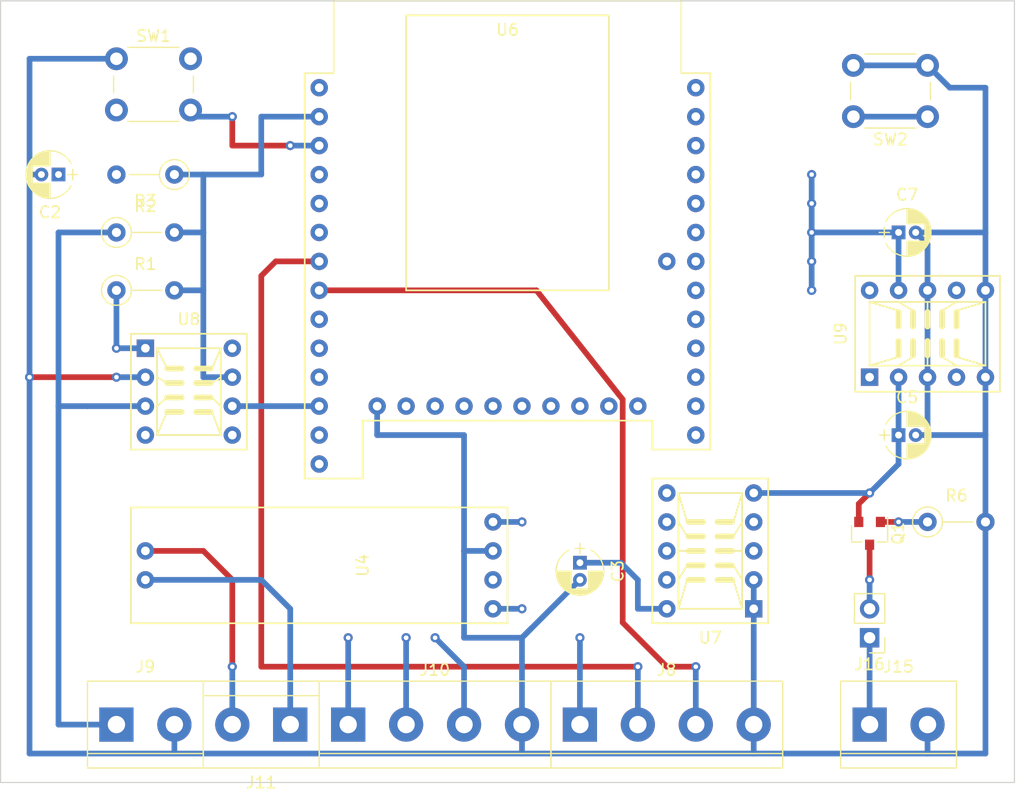
<source format=kicad_pcb>
(kicad_pcb (version 20171130) (host pcbnew "(5.1.4)-1")

  (general
    (thickness 1.6)
    (drawings 4)
    (tracks 173)
    (zones 0)
    (modules 22)
    (nets 53)
  )

  (page A4)
  (layers
    (0 F.Cu signal)
    (1 In1.Cu signal)
    (2 In2.Cu signal)
    (31 B.Cu signal)
    (32 B.Adhes user)
    (33 F.Adhes user)
    (34 B.Paste user)
    (35 F.Paste user)
    (36 B.SilkS user)
    (37 F.SilkS user)
    (38 B.Mask user)
    (39 F.Mask user)
    (40 Dwgs.User user)
    (41 Cmts.User user)
    (42 Eco1.User user)
    (43 Eco2.User user)
    (44 Edge.Cuts user)
    (45 Margin user)
    (46 B.CrtYd user)
    (47 F.CrtYd user)
    (48 B.Fab user)
    (49 F.Fab user)
  )

  (setup
    (last_trace_width 0.25)
    (user_trace_width 0.5)
    (user_trace_width 1)
    (trace_clearance 0.2)
    (zone_clearance 0.508)
    (zone_45_only no)
    (trace_min 0.2)
    (via_size 0.8)
    (via_drill 0.4)
    (via_min_size 0.4)
    (via_min_drill 0.3)
    (uvia_size 0.3)
    (uvia_drill 0.1)
    (uvias_allowed no)
    (uvia_min_size 0.2)
    (uvia_min_drill 0.1)
    (edge_width 0.1)
    (segment_width 0.2)
    (pcb_text_width 0.3)
    (pcb_text_size 1.5 1.5)
    (mod_edge_width 0.15)
    (mod_text_size 1 1)
    (mod_text_width 0.15)
    (pad_size 1.524 1.524)
    (pad_drill 0.762)
    (pad_to_mask_clearance 0)
    (aux_axis_origin 0 0)
    (visible_elements 7FFFFFFF)
    (pcbplotparams
      (layerselection 0x010fc_ffffffff)
      (usegerberextensions false)
      (usegerberattributes false)
      (usegerberadvancedattributes false)
      (creategerberjobfile false)
      (excludeedgelayer true)
      (linewidth 0.100000)
      (plotframeref false)
      (viasonmask false)
      (mode 1)
      (useauxorigin false)
      (hpglpennumber 1)
      (hpglpenspeed 20)
      (hpglpendiameter 15.000000)
      (psnegative false)
      (psa4output false)
      (plotreference true)
      (plotvalue true)
      (plotinvisibletext false)
      (padsonsilk false)
      (subtractmaskfromsilk false)
      (outputformat 1)
      (mirror false)
      (drillshape 1)
      (scaleselection 1)
      (outputdirectory ""))
  )

  (net 0 "")
  (net 1 /RST)
  (net 2 GND)
  (net 3 +BATT)
  (net 4 +3V0)
  (net 5 /SDA)
  (net 6 /SLC)
  (net 7 "Net-(J9-Pad1)")
  (net 8 /DATA)
  (net 9 /WindTic)
  (net 10 "Net-(J11-Pad2)")
  (net 11 "Net-(J11-Pad1)")
  (net 12 "Net-(Q1-Pad1)")
  (net 13 /INT)
  (net 14 /INT\EXT0)
  (net 15 /PROG)
  (net 16 "Net-(J16-Pad2)")
  (net 17 "Net-(J15-Pad1)")
  (net 18 /ADC1)
  (net 19 /Power2)
  (net 20 /Power1)
  (net 21 /ADC2)
  (net 22 "Net-(U4-Pad2)")
  (net 23 "Net-(U6-Pad1)")
  (net 24 "Net-(U6-Pad13)")
  (net 25 "Net-(U6-Pad14)")
  (net 26 "Net-(U6-Pad16)")
  (net 27 "Net-(U6-Pad17)")
  (net 28 "Net-(U6-Pad18)")
  (net 29 "Net-(U6-Pad19)")
  (net 30 "Net-(U6-Pad20)")
  (net 31 "Net-(U6-Pad21)")
  (net 32 "Net-(U6-Pad22)")
  (net 33 "Net-(U6-Pad23)")
  (net 34 "Net-(U6-Pad24)")
  (net 35 "Net-(U6-Pad26)")
  (net 36 "Net-(U6-Pad27)")
  (net 37 "Net-(U6-Pad28)")
  (net 38 "Net-(U6-Pad29)")
  (net 39 "Net-(U6-Pad30)")
  (net 40 "Net-(U6-Pad31)")
  (net 41 "Net-(U6-Pad32)")
  (net 42 "Net-(U6-Pad33)")
  (net 43 /RxD)
  (net 44 /TxD)
  (net 45 "Net-(U6-Pad36)")
  (net 46 "Net-(U6-Pad37)")
  (net 47 "Net-(U6-Pad38)")
  (net 48 "Net-(U7-Pad9)")
  (net 49 "Net-(U7-Pad8)")
  (net 50 "Net-(U7-Pad7)")
  (net 51 "Net-(U7-Pad6)")
  (net 52 "Net-(U7-Pad3)")

  (net_class Default "Dies ist die voreingestellte Netzklasse."
    (clearance 0.2)
    (trace_width 0.25)
    (via_dia 0.8)
    (via_drill 0.4)
    (uvia_dia 0.3)
    (uvia_drill 0.1)
    (add_net +3V0)
    (add_net +BATT)
    (add_net /ADC1)
    (add_net /ADC2)
    (add_net /DATA)
    (add_net /INT)
    (add_net /INT\EXT0)
    (add_net /PROG)
    (add_net /Power1)
    (add_net /Power2)
    (add_net /RST)
    (add_net /RxD)
    (add_net /SDA)
    (add_net /SLC)
    (add_net /TxD)
    (add_net /WindTic)
    (add_net GND)
    (add_net "Net-(J11-Pad1)")
    (add_net "Net-(J11-Pad2)")
    (add_net "Net-(J15-Pad1)")
    (add_net "Net-(J16-Pad2)")
    (add_net "Net-(J9-Pad1)")
    (add_net "Net-(Q1-Pad1)")
    (add_net "Net-(U4-Pad2)")
    (add_net "Net-(U6-Pad1)")
    (add_net "Net-(U6-Pad13)")
    (add_net "Net-(U6-Pad14)")
    (add_net "Net-(U6-Pad16)")
    (add_net "Net-(U6-Pad17)")
    (add_net "Net-(U6-Pad18)")
    (add_net "Net-(U6-Pad19)")
    (add_net "Net-(U6-Pad20)")
    (add_net "Net-(U6-Pad21)")
    (add_net "Net-(U6-Pad22)")
    (add_net "Net-(U6-Pad23)")
    (add_net "Net-(U6-Pad24)")
    (add_net "Net-(U6-Pad26)")
    (add_net "Net-(U6-Pad27)")
    (add_net "Net-(U6-Pad28)")
    (add_net "Net-(U6-Pad29)")
    (add_net "Net-(U6-Pad30)")
    (add_net "Net-(U6-Pad31)")
    (add_net "Net-(U6-Pad32)")
    (add_net "Net-(U6-Pad33)")
    (add_net "Net-(U6-Pad36)")
    (add_net "Net-(U6-Pad37)")
    (add_net "Net-(U6-Pad38)")
    (add_net "Net-(U7-Pad3)")
    (add_net "Net-(U7-Pad6)")
    (add_net "Net-(U7-Pad7)")
    (add_net "Net-(U7-Pad8)")
    (add_net "Net-(U7-Pad9)")
  )

  (module Buttons_Switches_ThroughHole:SW_PUSH_6mm (layer F.Cu) (tedit 5923F252) (tstamp 5D559613)
    (at 137.16 67.945)
    (descr https://www.omron.com/ecb/products/pdf/en-b3f.pdf)
    (tags "tact sw push 6mm")
    (path /5D4AEEF0)
    (fp_text reference SW1 (at 3.25 -2) (layer F.SilkS)
      (effects (font (size 1 1) (thickness 0.15)))
    )
    (fp_text value Reset (at 3.75 6.7) (layer F.Fab)
      (effects (font (size 1 1) (thickness 0.15)))
    )
    (fp_circle (center 3.25 2.25) (end 1.25 2.5) (layer F.Fab) (width 0.1))
    (fp_line (start 6.75 3) (end 6.75 1.5) (layer F.SilkS) (width 0.12))
    (fp_line (start 5.5 -1) (end 1 -1) (layer F.SilkS) (width 0.12))
    (fp_line (start -0.25 1.5) (end -0.25 3) (layer F.SilkS) (width 0.12))
    (fp_line (start 1 5.5) (end 5.5 5.5) (layer F.SilkS) (width 0.12))
    (fp_line (start 8 -1.25) (end 8 5.75) (layer F.CrtYd) (width 0.05))
    (fp_line (start 7.75 6) (end -1.25 6) (layer F.CrtYd) (width 0.05))
    (fp_line (start -1.5 5.75) (end -1.5 -1.25) (layer F.CrtYd) (width 0.05))
    (fp_line (start -1.25 -1.5) (end 7.75 -1.5) (layer F.CrtYd) (width 0.05))
    (fp_line (start -1.5 6) (end -1.25 6) (layer F.CrtYd) (width 0.05))
    (fp_line (start -1.5 5.75) (end -1.5 6) (layer F.CrtYd) (width 0.05))
    (fp_line (start -1.5 -1.5) (end -1.25 -1.5) (layer F.CrtYd) (width 0.05))
    (fp_line (start -1.5 -1.25) (end -1.5 -1.5) (layer F.CrtYd) (width 0.05))
    (fp_line (start 8 -1.5) (end 8 -1.25) (layer F.CrtYd) (width 0.05))
    (fp_line (start 7.75 -1.5) (end 8 -1.5) (layer F.CrtYd) (width 0.05))
    (fp_line (start 8 6) (end 8 5.75) (layer F.CrtYd) (width 0.05))
    (fp_line (start 7.75 6) (end 8 6) (layer F.CrtYd) (width 0.05))
    (fp_line (start 0.25 -0.75) (end 3.25 -0.75) (layer F.Fab) (width 0.1))
    (fp_line (start 0.25 5.25) (end 0.25 -0.75) (layer F.Fab) (width 0.1))
    (fp_line (start 6.25 5.25) (end 0.25 5.25) (layer F.Fab) (width 0.1))
    (fp_line (start 6.25 -0.75) (end 6.25 5.25) (layer F.Fab) (width 0.1))
    (fp_line (start 3.25 -0.75) (end 6.25 -0.75) (layer F.Fab) (width 0.1))
    (pad 1 thru_hole circle (at 6.5 0 90) (size 2 2) (drill 1.1) (layers *.Cu *.Mask)
      (net 2 GND))
    (pad 2 thru_hole circle (at 6.5 4.5 90) (size 2 2) (drill 1.1) (layers *.Cu *.Mask)
      (net 1 /RST))
    (pad 1 thru_hole circle (at 0 0 90) (size 2 2) (drill 1.1) (layers *.Cu *.Mask)
      (net 2 GND))
    (pad 2 thru_hole circle (at 0 4.5 90) (size 2 2) (drill 1.1) (layers *.Cu *.Mask)
      (net 1 /RST))
    (model ${KISYS3DMOD}/Buttons_Switches_THT.3dshapes/SW_PUSH_6mm.wrl
      (offset (xyz 0.1269999980926514 0 0))
      (scale (xyz 0.3937 0.3937 0.3937))
      (rotate (xyz 0 0 0))
    )
  )

  (module ESP:ESP32_Dev_Board (layer F.Cu) (tedit 5D556D64) (tstamp 5D558343)
    (at 172.72 88.265)
    (path /5D396FFB)
    (fp_text reference U6 (at -1.27 -22.86) (layer F.SilkS)
      (effects (font (size 1 1) (thickness 0.15)))
    )
    (fp_text value ESP-WROOM-32 (at -1.27 -21.59) (layer F.Fab)
      (effects (font (size 1 1) (thickness 0.15)))
    )
    (fp_line (start -19.05 -19.05) (end -19.05 16.51) (layer F.SilkS) (width 0.15))
    (fp_line (start -19.05 16.51) (end -13.97 16.51) (layer F.SilkS) (width 0.15))
    (fp_line (start -13.97 16.51) (end -13.97 11.43) (layer F.SilkS) (width 0.15))
    (fp_line (start -13.97 11.43) (end 11.43 11.43) (layer F.SilkS) (width 0.15))
    (fp_line (start 11.43 11.43) (end 11.43 13.97) (layer F.SilkS) (width 0.15))
    (fp_line (start 11.43 13.97) (end 16.51 13.97) (layer F.SilkS) (width 0.15))
    (fp_line (start 16.51 13.97) (end 16.51 -19.05) (layer F.SilkS) (width 0.15))
    (fp_line (start -19.05 -19.05) (end -16.51 -19.05) (layer F.SilkS) (width 0.15))
    (fp_line (start -16.51 -19.05) (end -16.51 -25.4) (layer F.SilkS) (width 0.15))
    (fp_line (start -16.51 -25.4) (end 13.97 -25.4) (layer F.SilkS) (width 0.15))
    (fp_line (start 13.97 -25.4) (end 13.97 -19.05) (layer F.SilkS) (width 0.15))
    (fp_line (start 13.97 -19.05) (end 16.51 -19.05) (layer F.SilkS) (width 0.15))
    (fp_line (start -10.16 -24.13) (end 7.62 -24.13) (layer F.SilkS) (width 0.15))
    (fp_line (start 7.62 -24.13) (end 7.62 0) (layer F.SilkS) (width 0.15))
    (fp_line (start 7.62 0) (end -10.16 0) (layer F.SilkS) (width 0.15))
    (fp_line (start -10.16 0) (end -10.16 -24.13) (layer F.SilkS) (width 0.15))
    (pad 1 thru_hole circle (at -17.78 -17.78) (size 1.524 1.524) (drill 0.762) (layers *.Cu *.Mask)
      (net 23 "Net-(U6-Pad1)"))
    (pad 2 thru_hole circle (at -17.78 -15.24) (size 1.524 1.524) (drill 0.762) (layers *.Cu *.Mask)
      (net 4 +3V0))
    (pad 3 thru_hole circle (at -17.78 -12.7) (size 1.524 1.524) (drill 0.762) (layers *.Cu *.Mask)
      (net 1 /RST))
    (pad 4 thru_hole circle (at -17.78 -10.16) (size 1.524 1.524) (drill 0.762) (layers *.Cu *.Mask)
      (net 18 /ADC1))
    (pad 5 thru_hole circle (at -17.78 -7.62) (size 1.524 1.524) (drill 0.762) (layers *.Cu *.Mask)
      (net 21 /ADC2))
    (pad 6 thru_hole circle (at -17.78 -5.08) (size 1.524 1.524) (drill 0.762) (layers *.Cu *.Mask)
      (net 20 /Power1))
    (pad 7 thru_hole circle (at -17.78 -2.54) (size 1.524 1.524) (drill 0.762) (layers *.Cu *.Mask)
      (net 6 /SLC))
    (pad 8 thru_hole circle (at -17.78 0) (size 1.524 1.524) (drill 0.762) (layers *.Cu *.Mask)
      (net 5 /SDA))
    (pad 9 thru_hole circle (at -17.78 2.54) (size 1.524 1.524) (drill 0.762) (layers *.Cu *.Mask)
      (net 19 /Power2))
    (pad 10 thru_hole circle (at -17.78 5.08) (size 1.524 1.524) (drill 0.762) (layers *.Cu *.Mask)
      (net 8 /DATA))
    (pad 11 thru_hole circle (at -17.78 7.62) (size 1.524 1.524) (drill 0.762) (layers *.Cu *.Mask)
      (net 13 /INT))
    (pad 12 thru_hole circle (at -17.78 10.16) (size 1.524 1.524) (drill 0.762) (layers *.Cu *.Mask)
      (net 14 /INT\EXT0))
    (pad 13 thru_hole circle (at -17.78 12.7) (size 1.524 1.524) (drill 0.762) (layers *.Cu *.Mask)
      (net 24 "Net-(U6-Pad13)"))
    (pad 14 thru_hole circle (at -17.78 15.24) (size 1.524 1.524) (drill 0.762) (layers *.Cu *.Mask)
      (net 25 "Net-(U6-Pad14)"))
    (pad 15 thru_hole circle (at -12.7 10.16) (size 1.524 1.524) (drill 0.762) (layers *.Cu *.Mask)
      (net 2 GND))
    (pad 16 thru_hole circle (at -10.16 10.16) (size 1.524 1.524) (drill 0.762) (layers *.Cu *.Mask)
      (net 26 "Net-(U6-Pad16)"))
    (pad 17 thru_hole circle (at -7.62 10.16) (size 1.524 1.524) (drill 0.762) (layers *.Cu *.Mask)
      (net 27 "Net-(U6-Pad17)"))
    (pad 18 thru_hole circle (at -5.08 10.16) (size 1.524 1.524) (drill 0.762) (layers *.Cu *.Mask)
      (net 28 "Net-(U6-Pad18)"))
    (pad 19 thru_hole circle (at -2.54 10.16) (size 1.524 1.524) (drill 0.762) (layers *.Cu *.Mask)
      (net 29 "Net-(U6-Pad19)"))
    (pad 20 thru_hole circle (at 0 10.16) (size 1.524 1.524) (drill 0.762) (layers *.Cu *.Mask)
      (net 30 "Net-(U6-Pad20)"))
    (pad 21 thru_hole circle (at 2.54 10.16) (size 1.524 1.524) (drill 0.762) (layers *.Cu *.Mask)
      (net 31 "Net-(U6-Pad21)"))
    (pad 22 thru_hole circle (at 5.08 10.16) (size 1.524 1.524) (drill 0.762) (layers *.Cu *.Mask)
      (net 32 "Net-(U6-Pad22)"))
    (pad 23 thru_hole circle (at 7.62 10.16) (size 1.524 1.524) (drill 0.762) (layers *.Cu *.Mask)
      (net 33 "Net-(U6-Pad23)"))
    (pad 24 thru_hole circle (at 10.16 10.16) (size 1.524 1.524) (drill 0.762) (layers *.Cu *.Mask)
      (net 34 "Net-(U6-Pad24)"))
    (pad 25 thru_hole circle (at 15.24 12.7) (size 1.524 1.524) (drill 0.762) (layers *.Cu *.Mask)
      (net 15 /PROG))
    (pad 26 thru_hole circle (at 15.24 10.16) (size 1.524 1.524) (drill 0.762) (layers *.Cu *.Mask)
      (net 35 "Net-(U6-Pad26)"))
    (pad 27 thru_hole circle (at 15.24 7.62) (size 1.524 1.524) (drill 0.762) (layers *.Cu *.Mask)
      (net 36 "Net-(U6-Pad27)"))
    (pad 28 thru_hole circle (at 15.24 5.08) (size 1.524 1.524) (drill 0.762) (layers *.Cu *.Mask)
      (net 37 "Net-(U6-Pad28)"))
    (pad 29 thru_hole circle (at 15.24 2.54) (size 1.524 1.524) (drill 0.762) (layers *.Cu *.Mask)
      (net 38 "Net-(U6-Pad29)"))
    (pad 30 thru_hole circle (at 15.24 0) (size 1.524 1.524) (drill 0.762) (layers *.Cu *.Mask)
      (net 39 "Net-(U6-Pad30)"))
    (pad 31 thru_hole circle (at 15.24 -2.54) (size 1.524 1.524) (drill 0.762) (layers *.Cu *.Mask)
      (net 40 "Net-(U6-Pad31)"))
    (pad 32 thru_hole circle (at 12.7 -2.54) (size 1.524 1.524) (drill 0.762) (layers *.Cu *.Mask)
      (net 41 "Net-(U6-Pad32)"))
    (pad 33 thru_hole circle (at 15.24 -5.08) (size 1.524 1.524) (drill 0.762) (layers *.Cu *.Mask)
      (net 42 "Net-(U6-Pad33)"))
    (pad 34 thru_hole circle (at 15.24 -7.62) (size 1.524 1.524) (drill 0.762) (layers *.Cu *.Mask)
      (net 43 /RxD))
    (pad 35 thru_hole circle (at 15.24 -10.16) (size 1.524 1.524) (drill 0.762) (layers *.Cu *.Mask)
      (net 44 /TxD))
    (pad 36 thru_hole circle (at 15.24 -12.7) (size 1.524 1.524) (drill 0.762) (layers *.Cu *.Mask)
      (net 45 "Net-(U6-Pad36)"))
    (pad 37 thru_hole circle (at 15.24 -15.24) (size 1.524 1.524) (drill 0.762) (layers *.Cu *.Mask)
      (net 46 "Net-(U6-Pad37)"))
    (pad 38 thru_hole circle (at 15.24 -17.78) (size 1.524 1.524) (drill 0.762) (layers *.Cu *.Mask)
      (net 47 "Net-(U6-Pad38)"))
  )

  (module Terminal_Blocks:TerminalBlock_bornier-2_P5.08mm (layer F.Cu) (tedit 59FF03AB) (tstamp 5D55AF3D)
    (at 203.2 126.365)
    (descr "simple 2-pin terminal block, pitch 5.08mm, revamped version of bornier2")
    (tags "terminal block bornier2")
    (path /5DD804F6)
    (fp_text reference J15 (at 2.54 -5.08) (layer F.SilkS)
      (effects (font (size 1 1) (thickness 0.15)))
    )
    (fp_text value Screw_Terminal_01x02 (at 2.54 5.08) (layer F.Fab)
      (effects (font (size 1 1) (thickness 0.15)))
    )
    (fp_line (start 7.79 4) (end -2.71 4) (layer F.CrtYd) (width 0.05))
    (fp_line (start 7.79 4) (end 7.79 -4) (layer F.CrtYd) (width 0.05))
    (fp_line (start -2.71 -4) (end -2.71 4) (layer F.CrtYd) (width 0.05))
    (fp_line (start -2.71 -4) (end 7.79 -4) (layer F.CrtYd) (width 0.05))
    (fp_line (start -2.54 3.81) (end 7.62 3.81) (layer F.SilkS) (width 0.12))
    (fp_line (start -2.54 -3.81) (end -2.54 3.81) (layer F.SilkS) (width 0.12))
    (fp_line (start 7.62 -3.81) (end -2.54 -3.81) (layer F.SilkS) (width 0.12))
    (fp_line (start 7.62 3.81) (end 7.62 -3.81) (layer F.SilkS) (width 0.12))
    (fp_line (start 7.62 2.54) (end -2.54 2.54) (layer F.SilkS) (width 0.12))
    (fp_line (start 7.54 -3.75) (end -2.46 -3.75) (layer F.Fab) (width 0.1))
    (fp_line (start 7.54 3.75) (end 7.54 -3.75) (layer F.Fab) (width 0.1))
    (fp_line (start -2.46 3.75) (end 7.54 3.75) (layer F.Fab) (width 0.1))
    (fp_line (start -2.46 -3.75) (end -2.46 3.75) (layer F.Fab) (width 0.1))
    (fp_line (start -2.41 2.55) (end 7.49 2.55) (layer F.Fab) (width 0.1))
    (fp_text user %R (at 2.54 0) (layer F.Fab)
      (effects (font (size 1 1) (thickness 0.15)))
    )
    (pad 2 thru_hole circle (at 5.08 0) (size 3 3) (drill 1.52) (layers *.Cu *.Mask)
      (net 2 GND))
    (pad 1 thru_hole rect (at 0 0) (size 3 3) (drill 1.52) (layers *.Cu *.Mask)
      (net 17 "Net-(J15-Pad1)"))
    (model ${KISYS3DMOD}/Terminal_Blocks.3dshapes/TerminalBlock_bornier-2_P5.08mm.wrl
      (offset (xyz 2.539999961853027 0 0))
      (scale (xyz 1 1 1))
      (rotate (xyz 0 0 0))
    )
  )

  (module Terminal_Blocks:TerminalBlock_bornier-2_P5.08mm (layer F.Cu) (tedit 59FF03AB) (tstamp 5D55CF32)
    (at 137.16 126.365)
    (descr "simple 2-pin terminal block, pitch 5.08mm, revamped version of bornier2")
    (tags "terminal block bornier2")
    (path /5D8434B8)
    (fp_text reference J9 (at 2.54 -5.08) (layer F.SilkS)
      (effects (font (size 1 1) (thickness 0.15)))
    )
    (fp_text value Screw_Terminal_01x02 (at 2.54 5.08) (layer F.Fab)
      (effects (font (size 1 1) (thickness 0.15)))
    )
    (fp_line (start 7.79 4) (end -2.71 4) (layer F.CrtYd) (width 0.05))
    (fp_line (start 7.79 4) (end 7.79 -4) (layer F.CrtYd) (width 0.05))
    (fp_line (start -2.71 -4) (end -2.71 4) (layer F.CrtYd) (width 0.05))
    (fp_line (start -2.71 -4) (end 7.79 -4) (layer F.CrtYd) (width 0.05))
    (fp_line (start -2.54 3.81) (end 7.62 3.81) (layer F.SilkS) (width 0.12))
    (fp_line (start -2.54 -3.81) (end -2.54 3.81) (layer F.SilkS) (width 0.12))
    (fp_line (start 7.62 -3.81) (end -2.54 -3.81) (layer F.SilkS) (width 0.12))
    (fp_line (start 7.62 3.81) (end 7.62 -3.81) (layer F.SilkS) (width 0.12))
    (fp_line (start 7.62 2.54) (end -2.54 2.54) (layer F.SilkS) (width 0.12))
    (fp_line (start 7.54 -3.75) (end -2.46 -3.75) (layer F.Fab) (width 0.1))
    (fp_line (start 7.54 3.75) (end 7.54 -3.75) (layer F.Fab) (width 0.1))
    (fp_line (start -2.46 3.75) (end 7.54 3.75) (layer F.Fab) (width 0.1))
    (fp_line (start -2.46 -3.75) (end -2.46 3.75) (layer F.Fab) (width 0.1))
    (fp_line (start -2.41 2.55) (end 7.49 2.55) (layer F.Fab) (width 0.1))
    (fp_text user %R (at 2.54 0) (layer F.Fab)
      (effects (font (size 1 1) (thickness 0.15)))
    )
    (pad 2 thru_hole circle (at 5.08 0) (size 3 3) (drill 1.52) (layers *.Cu *.Mask)
      (net 2 GND))
    (pad 1 thru_hole rect (at 0 0) (size 3 3) (drill 1.52) (layers *.Cu *.Mask)
      (net 7 "Net-(J9-Pad1)"))
    (model ${KISYS3DMOD}/Terminal_Blocks.3dshapes/TerminalBlock_bornier-2_P5.08mm.wrl
      (offset (xyz 2.539999961853027 0 0))
      (scale (xyz 1 1 1))
      (rotate (xyz 0 0 0))
    )
  )

  (module Capacitors_ThroughHole:CP_Radial_D4.0mm_P1.50mm (layer F.Cu) (tedit 597BC7C2) (tstamp 5D55E6EF)
    (at 132.08 78.105 180)
    (descr "CP, Radial series, Radial, pin pitch=1.50mm, , diameter=4mm, Electrolytic Capacitor")
    (tags "CP Radial series Radial pin pitch 1.50mm  diameter 4mm Electrolytic Capacitor")
    (path /5D490F7F)
    (fp_text reference C2 (at 0.75 -3.31) (layer F.SilkS)
      (effects (font (size 1 1) (thickness 0.15)))
    )
    (fp_text value 1µF (at 0.75 3.31) (layer F.Fab)
      (effects (font (size 1 1) (thickness 0.15)))
    )
    (fp_arc (start 0.75 0) (end -1.095996 -0.98) (angle 124.1) (layer F.SilkS) (width 0.12))
    (fp_arc (start 0.75 0) (end -1.095996 0.98) (angle -124.1) (layer F.SilkS) (width 0.12))
    (fp_arc (start 0.75 0) (end 2.595996 -0.98) (angle 55.9) (layer F.SilkS) (width 0.12))
    (fp_circle (center 0.75 0) (end 2.75 0) (layer F.Fab) (width 0.1))
    (fp_line (start -1.7 0) (end -0.8 0) (layer F.Fab) (width 0.1))
    (fp_line (start -1.25 -0.45) (end -1.25 0.45) (layer F.Fab) (width 0.1))
    (fp_line (start 0.75 0.78) (end 0.75 2.05) (layer F.SilkS) (width 0.12))
    (fp_line (start 0.75 -2.05) (end 0.75 -0.78) (layer F.SilkS) (width 0.12))
    (fp_line (start 0.79 -2.05) (end 0.79 -0.78) (layer F.SilkS) (width 0.12))
    (fp_line (start 0.79 0.78) (end 0.79 2.05) (layer F.SilkS) (width 0.12))
    (fp_line (start 0.83 -2.049) (end 0.83 -0.78) (layer F.SilkS) (width 0.12))
    (fp_line (start 0.83 0.78) (end 0.83 2.049) (layer F.SilkS) (width 0.12))
    (fp_line (start 0.87 -2.047) (end 0.87 -0.78) (layer F.SilkS) (width 0.12))
    (fp_line (start 0.87 0.78) (end 0.87 2.047) (layer F.SilkS) (width 0.12))
    (fp_line (start 0.91 -2.044) (end 0.91 -0.78) (layer F.SilkS) (width 0.12))
    (fp_line (start 0.91 0.78) (end 0.91 2.044) (layer F.SilkS) (width 0.12))
    (fp_line (start 0.95 -2.041) (end 0.95 -0.78) (layer F.SilkS) (width 0.12))
    (fp_line (start 0.95 0.78) (end 0.95 2.041) (layer F.SilkS) (width 0.12))
    (fp_line (start 0.99 -2.037) (end 0.99 -0.78) (layer F.SilkS) (width 0.12))
    (fp_line (start 0.99 0.78) (end 0.99 2.037) (layer F.SilkS) (width 0.12))
    (fp_line (start 1.03 -2.032) (end 1.03 -0.78) (layer F.SilkS) (width 0.12))
    (fp_line (start 1.03 0.78) (end 1.03 2.032) (layer F.SilkS) (width 0.12))
    (fp_line (start 1.07 -2.026) (end 1.07 -0.78) (layer F.SilkS) (width 0.12))
    (fp_line (start 1.07 0.78) (end 1.07 2.026) (layer F.SilkS) (width 0.12))
    (fp_line (start 1.11 -2.019) (end 1.11 -0.78) (layer F.SilkS) (width 0.12))
    (fp_line (start 1.11 0.78) (end 1.11 2.019) (layer F.SilkS) (width 0.12))
    (fp_line (start 1.15 -2.012) (end 1.15 -0.78) (layer F.SilkS) (width 0.12))
    (fp_line (start 1.15 0.78) (end 1.15 2.012) (layer F.SilkS) (width 0.12))
    (fp_line (start 1.19 -2.004) (end 1.19 -0.78) (layer F.SilkS) (width 0.12))
    (fp_line (start 1.19 0.78) (end 1.19 2.004) (layer F.SilkS) (width 0.12))
    (fp_line (start 1.23 -1.995) (end 1.23 -0.78) (layer F.SilkS) (width 0.12))
    (fp_line (start 1.23 0.78) (end 1.23 1.995) (layer F.SilkS) (width 0.12))
    (fp_line (start 1.27 -1.985) (end 1.27 -0.78) (layer F.SilkS) (width 0.12))
    (fp_line (start 1.27 0.78) (end 1.27 1.985) (layer F.SilkS) (width 0.12))
    (fp_line (start 1.31 -1.974) (end 1.31 -0.78) (layer F.SilkS) (width 0.12))
    (fp_line (start 1.31 0.78) (end 1.31 1.974) (layer F.SilkS) (width 0.12))
    (fp_line (start 1.35 -1.963) (end 1.35 -0.78) (layer F.SilkS) (width 0.12))
    (fp_line (start 1.35 0.78) (end 1.35 1.963) (layer F.SilkS) (width 0.12))
    (fp_line (start 1.39 -1.95) (end 1.39 -0.78) (layer F.SilkS) (width 0.12))
    (fp_line (start 1.39 0.78) (end 1.39 1.95) (layer F.SilkS) (width 0.12))
    (fp_line (start 1.43 -1.937) (end 1.43 -0.78) (layer F.SilkS) (width 0.12))
    (fp_line (start 1.43 0.78) (end 1.43 1.937) (layer F.SilkS) (width 0.12))
    (fp_line (start 1.471 -1.923) (end 1.471 -0.78) (layer F.SilkS) (width 0.12))
    (fp_line (start 1.471 0.78) (end 1.471 1.923) (layer F.SilkS) (width 0.12))
    (fp_line (start 1.511 -1.907) (end 1.511 -0.78) (layer F.SilkS) (width 0.12))
    (fp_line (start 1.511 0.78) (end 1.511 1.907) (layer F.SilkS) (width 0.12))
    (fp_line (start 1.551 -1.891) (end 1.551 -0.78) (layer F.SilkS) (width 0.12))
    (fp_line (start 1.551 0.78) (end 1.551 1.891) (layer F.SilkS) (width 0.12))
    (fp_line (start 1.591 -1.874) (end 1.591 -0.78) (layer F.SilkS) (width 0.12))
    (fp_line (start 1.591 0.78) (end 1.591 1.874) (layer F.SilkS) (width 0.12))
    (fp_line (start 1.631 -1.856) (end 1.631 -0.78) (layer F.SilkS) (width 0.12))
    (fp_line (start 1.631 0.78) (end 1.631 1.856) (layer F.SilkS) (width 0.12))
    (fp_line (start 1.671 -1.837) (end 1.671 -0.78) (layer F.SilkS) (width 0.12))
    (fp_line (start 1.671 0.78) (end 1.671 1.837) (layer F.SilkS) (width 0.12))
    (fp_line (start 1.711 -1.817) (end 1.711 -0.78) (layer F.SilkS) (width 0.12))
    (fp_line (start 1.711 0.78) (end 1.711 1.817) (layer F.SilkS) (width 0.12))
    (fp_line (start 1.751 -1.796) (end 1.751 -0.78) (layer F.SilkS) (width 0.12))
    (fp_line (start 1.751 0.78) (end 1.751 1.796) (layer F.SilkS) (width 0.12))
    (fp_line (start 1.791 -1.773) (end 1.791 -0.78) (layer F.SilkS) (width 0.12))
    (fp_line (start 1.791 0.78) (end 1.791 1.773) (layer F.SilkS) (width 0.12))
    (fp_line (start 1.831 -1.75) (end 1.831 -0.78) (layer F.SilkS) (width 0.12))
    (fp_line (start 1.831 0.78) (end 1.831 1.75) (layer F.SilkS) (width 0.12))
    (fp_line (start 1.871 -1.725) (end 1.871 -0.78) (layer F.SilkS) (width 0.12))
    (fp_line (start 1.871 0.78) (end 1.871 1.725) (layer F.SilkS) (width 0.12))
    (fp_line (start 1.911 -1.699) (end 1.911 -0.78) (layer F.SilkS) (width 0.12))
    (fp_line (start 1.911 0.78) (end 1.911 1.699) (layer F.SilkS) (width 0.12))
    (fp_line (start 1.951 -1.672) (end 1.951 -0.78) (layer F.SilkS) (width 0.12))
    (fp_line (start 1.951 0.78) (end 1.951 1.672) (layer F.SilkS) (width 0.12))
    (fp_line (start 1.991 -1.643) (end 1.991 -0.78) (layer F.SilkS) (width 0.12))
    (fp_line (start 1.991 0.78) (end 1.991 1.643) (layer F.SilkS) (width 0.12))
    (fp_line (start 2.031 -1.613) (end 2.031 -0.78) (layer F.SilkS) (width 0.12))
    (fp_line (start 2.031 0.78) (end 2.031 1.613) (layer F.SilkS) (width 0.12))
    (fp_line (start 2.071 -1.581) (end 2.071 -0.78) (layer F.SilkS) (width 0.12))
    (fp_line (start 2.071 0.78) (end 2.071 1.581) (layer F.SilkS) (width 0.12))
    (fp_line (start 2.111 -1.547) (end 2.111 -0.78) (layer F.SilkS) (width 0.12))
    (fp_line (start 2.111 0.78) (end 2.111 1.547) (layer F.SilkS) (width 0.12))
    (fp_line (start 2.151 -1.512) (end 2.151 -0.78) (layer F.SilkS) (width 0.12))
    (fp_line (start 2.151 0.78) (end 2.151 1.512) (layer F.SilkS) (width 0.12))
    (fp_line (start 2.191 -1.475) (end 2.191 -0.78) (layer F.SilkS) (width 0.12))
    (fp_line (start 2.191 0.78) (end 2.191 1.475) (layer F.SilkS) (width 0.12))
    (fp_line (start 2.231 -1.436) (end 2.231 -0.78) (layer F.SilkS) (width 0.12))
    (fp_line (start 2.231 0.78) (end 2.231 1.436) (layer F.SilkS) (width 0.12))
    (fp_line (start 2.271 -1.395) (end 2.271 -0.78) (layer F.SilkS) (width 0.12))
    (fp_line (start 2.271 0.78) (end 2.271 1.395) (layer F.SilkS) (width 0.12))
    (fp_line (start 2.311 -1.351) (end 2.311 1.351) (layer F.SilkS) (width 0.12))
    (fp_line (start 2.351 -1.305) (end 2.351 1.305) (layer F.SilkS) (width 0.12))
    (fp_line (start 2.391 -1.256) (end 2.391 1.256) (layer F.SilkS) (width 0.12))
    (fp_line (start 2.431 -1.204) (end 2.431 1.204) (layer F.SilkS) (width 0.12))
    (fp_line (start 2.471 -1.148) (end 2.471 1.148) (layer F.SilkS) (width 0.12))
    (fp_line (start 2.511 -1.088) (end 2.511 1.088) (layer F.SilkS) (width 0.12))
    (fp_line (start 2.551 -1.023) (end 2.551 1.023) (layer F.SilkS) (width 0.12))
    (fp_line (start 2.591 -0.952) (end 2.591 0.952) (layer F.SilkS) (width 0.12))
    (fp_line (start 2.631 -0.874) (end 2.631 0.874) (layer F.SilkS) (width 0.12))
    (fp_line (start 2.671 -0.786) (end 2.671 0.786) (layer F.SilkS) (width 0.12))
    (fp_line (start 2.711 -0.686) (end 2.711 0.686) (layer F.SilkS) (width 0.12))
    (fp_line (start 2.751 -0.567) (end 2.751 0.567) (layer F.SilkS) (width 0.12))
    (fp_line (start 2.791 -0.415) (end 2.791 0.415) (layer F.SilkS) (width 0.12))
    (fp_line (start 2.831 -0.165) (end 2.831 0.165) (layer F.SilkS) (width 0.12))
    (fp_line (start -1.7 0) (end -0.8 0) (layer F.SilkS) (width 0.12))
    (fp_line (start -1.25 -0.45) (end -1.25 0.45) (layer F.SilkS) (width 0.12))
    (fp_line (start -1.6 -2.35) (end -1.6 2.35) (layer F.CrtYd) (width 0.05))
    (fp_line (start -1.6 2.35) (end 3.1 2.35) (layer F.CrtYd) (width 0.05))
    (fp_line (start 3.1 2.35) (end 3.1 -2.35) (layer F.CrtYd) (width 0.05))
    (fp_line (start 3.1 -2.35) (end -1.6 -2.35) (layer F.CrtYd) (width 0.05))
    (fp_text user %R (at 0.75 0 270) (layer F.Fab)
      (effects (font (size 1 1) (thickness 0.15)))
    )
    (pad 1 thru_hole rect (at 0 0 180) (size 1.2 1.2) (drill 0.6) (layers *.Cu *.Mask)
      (net 1 /RST))
    (pad 2 thru_hole circle (at 1.5 0 180) (size 1.2 1.2) (drill 0.6) (layers *.Cu *.Mask)
      (net 2 GND))
    (model ${KISYS3DMOD}/Capacitors_THT.3dshapes/CP_Radial_D4.0mm_P1.50mm.wrl
      (at (xyz 0 0 0))
      (scale (xyz 1 1 1))
      (rotate (xyz 0 0 0))
    )
  )

  (module Capacitors_ThroughHole:CP_Radial_D4.0mm_P1.50mm (layer F.Cu) (tedit 597BC7C2) (tstamp 5D55C1F4)
    (at 177.8 112.165 270)
    (descr "CP, Radial series, Radial, pin pitch=1.50mm, , diameter=4mm, Electrolytic Capacitor")
    (tags "CP Radial series Radial pin pitch 1.50mm  diameter 4mm Electrolytic Capacitor")
    (path /5D47091A)
    (fp_text reference C3 (at 0.75 -3.31 90) (layer F.SilkS)
      (effects (font (size 1 1) (thickness 0.15)))
    )
    (fp_text value 10µ (at 0.75 3.31 90) (layer F.Fab)
      (effects (font (size 1 1) (thickness 0.15)))
    )
    (fp_arc (start 0.75 0) (end -1.095996 -0.98) (angle 124.1) (layer F.SilkS) (width 0.12))
    (fp_arc (start 0.75 0) (end -1.095996 0.98) (angle -124.1) (layer F.SilkS) (width 0.12))
    (fp_arc (start 0.75 0) (end 2.595996 -0.98) (angle 55.9) (layer F.SilkS) (width 0.12))
    (fp_circle (center 0.75 0) (end 2.75 0) (layer F.Fab) (width 0.1))
    (fp_line (start -1.7 0) (end -0.8 0) (layer F.Fab) (width 0.1))
    (fp_line (start -1.25 -0.45) (end -1.25 0.45) (layer F.Fab) (width 0.1))
    (fp_line (start 0.75 0.78) (end 0.75 2.05) (layer F.SilkS) (width 0.12))
    (fp_line (start 0.75 -2.05) (end 0.75 -0.78) (layer F.SilkS) (width 0.12))
    (fp_line (start 0.79 -2.05) (end 0.79 -0.78) (layer F.SilkS) (width 0.12))
    (fp_line (start 0.79 0.78) (end 0.79 2.05) (layer F.SilkS) (width 0.12))
    (fp_line (start 0.83 -2.049) (end 0.83 -0.78) (layer F.SilkS) (width 0.12))
    (fp_line (start 0.83 0.78) (end 0.83 2.049) (layer F.SilkS) (width 0.12))
    (fp_line (start 0.87 -2.047) (end 0.87 -0.78) (layer F.SilkS) (width 0.12))
    (fp_line (start 0.87 0.78) (end 0.87 2.047) (layer F.SilkS) (width 0.12))
    (fp_line (start 0.91 -2.044) (end 0.91 -0.78) (layer F.SilkS) (width 0.12))
    (fp_line (start 0.91 0.78) (end 0.91 2.044) (layer F.SilkS) (width 0.12))
    (fp_line (start 0.95 -2.041) (end 0.95 -0.78) (layer F.SilkS) (width 0.12))
    (fp_line (start 0.95 0.78) (end 0.95 2.041) (layer F.SilkS) (width 0.12))
    (fp_line (start 0.99 -2.037) (end 0.99 -0.78) (layer F.SilkS) (width 0.12))
    (fp_line (start 0.99 0.78) (end 0.99 2.037) (layer F.SilkS) (width 0.12))
    (fp_line (start 1.03 -2.032) (end 1.03 -0.78) (layer F.SilkS) (width 0.12))
    (fp_line (start 1.03 0.78) (end 1.03 2.032) (layer F.SilkS) (width 0.12))
    (fp_line (start 1.07 -2.026) (end 1.07 -0.78) (layer F.SilkS) (width 0.12))
    (fp_line (start 1.07 0.78) (end 1.07 2.026) (layer F.SilkS) (width 0.12))
    (fp_line (start 1.11 -2.019) (end 1.11 -0.78) (layer F.SilkS) (width 0.12))
    (fp_line (start 1.11 0.78) (end 1.11 2.019) (layer F.SilkS) (width 0.12))
    (fp_line (start 1.15 -2.012) (end 1.15 -0.78) (layer F.SilkS) (width 0.12))
    (fp_line (start 1.15 0.78) (end 1.15 2.012) (layer F.SilkS) (width 0.12))
    (fp_line (start 1.19 -2.004) (end 1.19 -0.78) (layer F.SilkS) (width 0.12))
    (fp_line (start 1.19 0.78) (end 1.19 2.004) (layer F.SilkS) (width 0.12))
    (fp_line (start 1.23 -1.995) (end 1.23 -0.78) (layer F.SilkS) (width 0.12))
    (fp_line (start 1.23 0.78) (end 1.23 1.995) (layer F.SilkS) (width 0.12))
    (fp_line (start 1.27 -1.985) (end 1.27 -0.78) (layer F.SilkS) (width 0.12))
    (fp_line (start 1.27 0.78) (end 1.27 1.985) (layer F.SilkS) (width 0.12))
    (fp_line (start 1.31 -1.974) (end 1.31 -0.78) (layer F.SilkS) (width 0.12))
    (fp_line (start 1.31 0.78) (end 1.31 1.974) (layer F.SilkS) (width 0.12))
    (fp_line (start 1.35 -1.963) (end 1.35 -0.78) (layer F.SilkS) (width 0.12))
    (fp_line (start 1.35 0.78) (end 1.35 1.963) (layer F.SilkS) (width 0.12))
    (fp_line (start 1.39 -1.95) (end 1.39 -0.78) (layer F.SilkS) (width 0.12))
    (fp_line (start 1.39 0.78) (end 1.39 1.95) (layer F.SilkS) (width 0.12))
    (fp_line (start 1.43 -1.937) (end 1.43 -0.78) (layer F.SilkS) (width 0.12))
    (fp_line (start 1.43 0.78) (end 1.43 1.937) (layer F.SilkS) (width 0.12))
    (fp_line (start 1.471 -1.923) (end 1.471 -0.78) (layer F.SilkS) (width 0.12))
    (fp_line (start 1.471 0.78) (end 1.471 1.923) (layer F.SilkS) (width 0.12))
    (fp_line (start 1.511 -1.907) (end 1.511 -0.78) (layer F.SilkS) (width 0.12))
    (fp_line (start 1.511 0.78) (end 1.511 1.907) (layer F.SilkS) (width 0.12))
    (fp_line (start 1.551 -1.891) (end 1.551 -0.78) (layer F.SilkS) (width 0.12))
    (fp_line (start 1.551 0.78) (end 1.551 1.891) (layer F.SilkS) (width 0.12))
    (fp_line (start 1.591 -1.874) (end 1.591 -0.78) (layer F.SilkS) (width 0.12))
    (fp_line (start 1.591 0.78) (end 1.591 1.874) (layer F.SilkS) (width 0.12))
    (fp_line (start 1.631 -1.856) (end 1.631 -0.78) (layer F.SilkS) (width 0.12))
    (fp_line (start 1.631 0.78) (end 1.631 1.856) (layer F.SilkS) (width 0.12))
    (fp_line (start 1.671 -1.837) (end 1.671 -0.78) (layer F.SilkS) (width 0.12))
    (fp_line (start 1.671 0.78) (end 1.671 1.837) (layer F.SilkS) (width 0.12))
    (fp_line (start 1.711 -1.817) (end 1.711 -0.78) (layer F.SilkS) (width 0.12))
    (fp_line (start 1.711 0.78) (end 1.711 1.817) (layer F.SilkS) (width 0.12))
    (fp_line (start 1.751 -1.796) (end 1.751 -0.78) (layer F.SilkS) (width 0.12))
    (fp_line (start 1.751 0.78) (end 1.751 1.796) (layer F.SilkS) (width 0.12))
    (fp_line (start 1.791 -1.773) (end 1.791 -0.78) (layer F.SilkS) (width 0.12))
    (fp_line (start 1.791 0.78) (end 1.791 1.773) (layer F.SilkS) (width 0.12))
    (fp_line (start 1.831 -1.75) (end 1.831 -0.78) (layer F.SilkS) (width 0.12))
    (fp_line (start 1.831 0.78) (end 1.831 1.75) (layer F.SilkS) (width 0.12))
    (fp_line (start 1.871 -1.725) (end 1.871 -0.78) (layer F.SilkS) (width 0.12))
    (fp_line (start 1.871 0.78) (end 1.871 1.725) (layer F.SilkS) (width 0.12))
    (fp_line (start 1.911 -1.699) (end 1.911 -0.78) (layer F.SilkS) (width 0.12))
    (fp_line (start 1.911 0.78) (end 1.911 1.699) (layer F.SilkS) (width 0.12))
    (fp_line (start 1.951 -1.672) (end 1.951 -0.78) (layer F.SilkS) (width 0.12))
    (fp_line (start 1.951 0.78) (end 1.951 1.672) (layer F.SilkS) (width 0.12))
    (fp_line (start 1.991 -1.643) (end 1.991 -0.78) (layer F.SilkS) (width 0.12))
    (fp_line (start 1.991 0.78) (end 1.991 1.643) (layer F.SilkS) (width 0.12))
    (fp_line (start 2.031 -1.613) (end 2.031 -0.78) (layer F.SilkS) (width 0.12))
    (fp_line (start 2.031 0.78) (end 2.031 1.613) (layer F.SilkS) (width 0.12))
    (fp_line (start 2.071 -1.581) (end 2.071 -0.78) (layer F.SilkS) (width 0.12))
    (fp_line (start 2.071 0.78) (end 2.071 1.581) (layer F.SilkS) (width 0.12))
    (fp_line (start 2.111 -1.547) (end 2.111 -0.78) (layer F.SilkS) (width 0.12))
    (fp_line (start 2.111 0.78) (end 2.111 1.547) (layer F.SilkS) (width 0.12))
    (fp_line (start 2.151 -1.512) (end 2.151 -0.78) (layer F.SilkS) (width 0.12))
    (fp_line (start 2.151 0.78) (end 2.151 1.512) (layer F.SilkS) (width 0.12))
    (fp_line (start 2.191 -1.475) (end 2.191 -0.78) (layer F.SilkS) (width 0.12))
    (fp_line (start 2.191 0.78) (end 2.191 1.475) (layer F.SilkS) (width 0.12))
    (fp_line (start 2.231 -1.436) (end 2.231 -0.78) (layer F.SilkS) (width 0.12))
    (fp_line (start 2.231 0.78) (end 2.231 1.436) (layer F.SilkS) (width 0.12))
    (fp_line (start 2.271 -1.395) (end 2.271 -0.78) (layer F.SilkS) (width 0.12))
    (fp_line (start 2.271 0.78) (end 2.271 1.395) (layer F.SilkS) (width 0.12))
    (fp_line (start 2.311 -1.351) (end 2.311 1.351) (layer F.SilkS) (width 0.12))
    (fp_line (start 2.351 -1.305) (end 2.351 1.305) (layer F.SilkS) (width 0.12))
    (fp_line (start 2.391 -1.256) (end 2.391 1.256) (layer F.SilkS) (width 0.12))
    (fp_line (start 2.431 -1.204) (end 2.431 1.204) (layer F.SilkS) (width 0.12))
    (fp_line (start 2.471 -1.148) (end 2.471 1.148) (layer F.SilkS) (width 0.12))
    (fp_line (start 2.511 -1.088) (end 2.511 1.088) (layer F.SilkS) (width 0.12))
    (fp_line (start 2.551 -1.023) (end 2.551 1.023) (layer F.SilkS) (width 0.12))
    (fp_line (start 2.591 -0.952) (end 2.591 0.952) (layer F.SilkS) (width 0.12))
    (fp_line (start 2.631 -0.874) (end 2.631 0.874) (layer F.SilkS) (width 0.12))
    (fp_line (start 2.671 -0.786) (end 2.671 0.786) (layer F.SilkS) (width 0.12))
    (fp_line (start 2.711 -0.686) (end 2.711 0.686) (layer F.SilkS) (width 0.12))
    (fp_line (start 2.751 -0.567) (end 2.751 0.567) (layer F.SilkS) (width 0.12))
    (fp_line (start 2.791 -0.415) (end 2.791 0.415) (layer F.SilkS) (width 0.12))
    (fp_line (start 2.831 -0.165) (end 2.831 0.165) (layer F.SilkS) (width 0.12))
    (fp_line (start -1.7 0) (end -0.8 0) (layer F.SilkS) (width 0.12))
    (fp_line (start -1.25 -0.45) (end -1.25 0.45) (layer F.SilkS) (width 0.12))
    (fp_line (start -1.6 -2.35) (end -1.6 2.35) (layer F.CrtYd) (width 0.05))
    (fp_line (start -1.6 2.35) (end 3.1 2.35) (layer F.CrtYd) (width 0.05))
    (fp_line (start 3.1 2.35) (end 3.1 -2.35) (layer F.CrtYd) (width 0.05))
    (fp_line (start 3.1 -2.35) (end -1.6 -2.35) (layer F.CrtYd) (width 0.05))
    (fp_text user %R (at 0.75 0 90) (layer F.Fab)
      (effects (font (size 1 1) (thickness 0.15)))
    )
    (pad 1 thru_hole rect (at 0 0 270) (size 1.2 1.2) (drill 0.6) (layers *.Cu *.Mask)
      (net 18 /ADC1))
    (pad 2 thru_hole circle (at 1.5 0 270) (size 1.2 1.2) (drill 0.6) (layers *.Cu *.Mask)
      (net 2 GND))
    (model ${KISYS3DMOD}/Capacitors_THT.3dshapes/CP_Radial_D4.0mm_P1.50mm.wrl
      (at (xyz 0 0 0))
      (scale (xyz 1 1 1))
      (rotate (xyz 0 0 0))
    )
  )

  (module Capacitors_ThroughHole:CP_Radial_D4.0mm_P1.50mm (layer F.Cu) (tedit 597BC7C2) (tstamp 5D56F852)
    (at 205.74 100.965)
    (descr "CP, Radial series, Radial, pin pitch=1.50mm, , diameter=4mm, Electrolytic Capacitor")
    (tags "CP Radial series Radial pin pitch 1.50mm  diameter 4mm Electrolytic Capacitor")
    (path /5DB2B5EC)
    (fp_text reference C5 (at 0.75 -3.31) (layer F.SilkS)
      (effects (font (size 1 1) (thickness 0.15)))
    )
    (fp_text value 1µ (at 0.75 3.31) (layer F.Fab)
      (effects (font (size 1 1) (thickness 0.15)))
    )
    (fp_text user %R (at 0.75 0) (layer F.Fab)
      (effects (font (size 1 1) (thickness 0.15)))
    )
    (fp_line (start 3.1 -2.35) (end -1.6 -2.35) (layer F.CrtYd) (width 0.05))
    (fp_line (start 3.1 2.35) (end 3.1 -2.35) (layer F.CrtYd) (width 0.05))
    (fp_line (start -1.6 2.35) (end 3.1 2.35) (layer F.CrtYd) (width 0.05))
    (fp_line (start -1.6 -2.35) (end -1.6 2.35) (layer F.CrtYd) (width 0.05))
    (fp_line (start -1.25 -0.45) (end -1.25 0.45) (layer F.SilkS) (width 0.12))
    (fp_line (start -1.7 0) (end -0.8 0) (layer F.SilkS) (width 0.12))
    (fp_line (start 2.831 -0.165) (end 2.831 0.165) (layer F.SilkS) (width 0.12))
    (fp_line (start 2.791 -0.415) (end 2.791 0.415) (layer F.SilkS) (width 0.12))
    (fp_line (start 2.751 -0.567) (end 2.751 0.567) (layer F.SilkS) (width 0.12))
    (fp_line (start 2.711 -0.686) (end 2.711 0.686) (layer F.SilkS) (width 0.12))
    (fp_line (start 2.671 -0.786) (end 2.671 0.786) (layer F.SilkS) (width 0.12))
    (fp_line (start 2.631 -0.874) (end 2.631 0.874) (layer F.SilkS) (width 0.12))
    (fp_line (start 2.591 -0.952) (end 2.591 0.952) (layer F.SilkS) (width 0.12))
    (fp_line (start 2.551 -1.023) (end 2.551 1.023) (layer F.SilkS) (width 0.12))
    (fp_line (start 2.511 -1.088) (end 2.511 1.088) (layer F.SilkS) (width 0.12))
    (fp_line (start 2.471 -1.148) (end 2.471 1.148) (layer F.SilkS) (width 0.12))
    (fp_line (start 2.431 -1.204) (end 2.431 1.204) (layer F.SilkS) (width 0.12))
    (fp_line (start 2.391 -1.256) (end 2.391 1.256) (layer F.SilkS) (width 0.12))
    (fp_line (start 2.351 -1.305) (end 2.351 1.305) (layer F.SilkS) (width 0.12))
    (fp_line (start 2.311 -1.351) (end 2.311 1.351) (layer F.SilkS) (width 0.12))
    (fp_line (start 2.271 0.78) (end 2.271 1.395) (layer F.SilkS) (width 0.12))
    (fp_line (start 2.271 -1.395) (end 2.271 -0.78) (layer F.SilkS) (width 0.12))
    (fp_line (start 2.231 0.78) (end 2.231 1.436) (layer F.SilkS) (width 0.12))
    (fp_line (start 2.231 -1.436) (end 2.231 -0.78) (layer F.SilkS) (width 0.12))
    (fp_line (start 2.191 0.78) (end 2.191 1.475) (layer F.SilkS) (width 0.12))
    (fp_line (start 2.191 -1.475) (end 2.191 -0.78) (layer F.SilkS) (width 0.12))
    (fp_line (start 2.151 0.78) (end 2.151 1.512) (layer F.SilkS) (width 0.12))
    (fp_line (start 2.151 -1.512) (end 2.151 -0.78) (layer F.SilkS) (width 0.12))
    (fp_line (start 2.111 0.78) (end 2.111 1.547) (layer F.SilkS) (width 0.12))
    (fp_line (start 2.111 -1.547) (end 2.111 -0.78) (layer F.SilkS) (width 0.12))
    (fp_line (start 2.071 0.78) (end 2.071 1.581) (layer F.SilkS) (width 0.12))
    (fp_line (start 2.071 -1.581) (end 2.071 -0.78) (layer F.SilkS) (width 0.12))
    (fp_line (start 2.031 0.78) (end 2.031 1.613) (layer F.SilkS) (width 0.12))
    (fp_line (start 2.031 -1.613) (end 2.031 -0.78) (layer F.SilkS) (width 0.12))
    (fp_line (start 1.991 0.78) (end 1.991 1.643) (layer F.SilkS) (width 0.12))
    (fp_line (start 1.991 -1.643) (end 1.991 -0.78) (layer F.SilkS) (width 0.12))
    (fp_line (start 1.951 0.78) (end 1.951 1.672) (layer F.SilkS) (width 0.12))
    (fp_line (start 1.951 -1.672) (end 1.951 -0.78) (layer F.SilkS) (width 0.12))
    (fp_line (start 1.911 0.78) (end 1.911 1.699) (layer F.SilkS) (width 0.12))
    (fp_line (start 1.911 -1.699) (end 1.911 -0.78) (layer F.SilkS) (width 0.12))
    (fp_line (start 1.871 0.78) (end 1.871 1.725) (layer F.SilkS) (width 0.12))
    (fp_line (start 1.871 -1.725) (end 1.871 -0.78) (layer F.SilkS) (width 0.12))
    (fp_line (start 1.831 0.78) (end 1.831 1.75) (layer F.SilkS) (width 0.12))
    (fp_line (start 1.831 -1.75) (end 1.831 -0.78) (layer F.SilkS) (width 0.12))
    (fp_line (start 1.791 0.78) (end 1.791 1.773) (layer F.SilkS) (width 0.12))
    (fp_line (start 1.791 -1.773) (end 1.791 -0.78) (layer F.SilkS) (width 0.12))
    (fp_line (start 1.751 0.78) (end 1.751 1.796) (layer F.SilkS) (width 0.12))
    (fp_line (start 1.751 -1.796) (end 1.751 -0.78) (layer F.SilkS) (width 0.12))
    (fp_line (start 1.711 0.78) (end 1.711 1.817) (layer F.SilkS) (width 0.12))
    (fp_line (start 1.711 -1.817) (end 1.711 -0.78) (layer F.SilkS) (width 0.12))
    (fp_line (start 1.671 0.78) (end 1.671 1.837) (layer F.SilkS) (width 0.12))
    (fp_line (start 1.671 -1.837) (end 1.671 -0.78) (layer F.SilkS) (width 0.12))
    (fp_line (start 1.631 0.78) (end 1.631 1.856) (layer F.SilkS) (width 0.12))
    (fp_line (start 1.631 -1.856) (end 1.631 -0.78) (layer F.SilkS) (width 0.12))
    (fp_line (start 1.591 0.78) (end 1.591 1.874) (layer F.SilkS) (width 0.12))
    (fp_line (start 1.591 -1.874) (end 1.591 -0.78) (layer F.SilkS) (width 0.12))
    (fp_line (start 1.551 0.78) (end 1.551 1.891) (layer F.SilkS) (width 0.12))
    (fp_line (start 1.551 -1.891) (end 1.551 -0.78) (layer F.SilkS) (width 0.12))
    (fp_line (start 1.511 0.78) (end 1.511 1.907) (layer F.SilkS) (width 0.12))
    (fp_line (start 1.511 -1.907) (end 1.511 -0.78) (layer F.SilkS) (width 0.12))
    (fp_line (start 1.471 0.78) (end 1.471 1.923) (layer F.SilkS) (width 0.12))
    (fp_line (start 1.471 -1.923) (end 1.471 -0.78) (layer F.SilkS) (width 0.12))
    (fp_line (start 1.43 0.78) (end 1.43 1.937) (layer F.SilkS) (width 0.12))
    (fp_line (start 1.43 -1.937) (end 1.43 -0.78) (layer F.SilkS) (width 0.12))
    (fp_line (start 1.39 0.78) (end 1.39 1.95) (layer F.SilkS) (width 0.12))
    (fp_line (start 1.39 -1.95) (end 1.39 -0.78) (layer F.SilkS) (width 0.12))
    (fp_line (start 1.35 0.78) (end 1.35 1.963) (layer F.SilkS) (width 0.12))
    (fp_line (start 1.35 -1.963) (end 1.35 -0.78) (layer F.SilkS) (width 0.12))
    (fp_line (start 1.31 0.78) (end 1.31 1.974) (layer F.SilkS) (width 0.12))
    (fp_line (start 1.31 -1.974) (end 1.31 -0.78) (layer F.SilkS) (width 0.12))
    (fp_line (start 1.27 0.78) (end 1.27 1.985) (layer F.SilkS) (width 0.12))
    (fp_line (start 1.27 -1.985) (end 1.27 -0.78) (layer F.SilkS) (width 0.12))
    (fp_line (start 1.23 0.78) (end 1.23 1.995) (layer F.SilkS) (width 0.12))
    (fp_line (start 1.23 -1.995) (end 1.23 -0.78) (layer F.SilkS) (width 0.12))
    (fp_line (start 1.19 0.78) (end 1.19 2.004) (layer F.SilkS) (width 0.12))
    (fp_line (start 1.19 -2.004) (end 1.19 -0.78) (layer F.SilkS) (width 0.12))
    (fp_line (start 1.15 0.78) (end 1.15 2.012) (layer F.SilkS) (width 0.12))
    (fp_line (start 1.15 -2.012) (end 1.15 -0.78) (layer F.SilkS) (width 0.12))
    (fp_line (start 1.11 0.78) (end 1.11 2.019) (layer F.SilkS) (width 0.12))
    (fp_line (start 1.11 -2.019) (end 1.11 -0.78) (layer F.SilkS) (width 0.12))
    (fp_line (start 1.07 0.78) (end 1.07 2.026) (layer F.SilkS) (width 0.12))
    (fp_line (start 1.07 -2.026) (end 1.07 -0.78) (layer F.SilkS) (width 0.12))
    (fp_line (start 1.03 0.78) (end 1.03 2.032) (layer F.SilkS) (width 0.12))
    (fp_line (start 1.03 -2.032) (end 1.03 -0.78) (layer F.SilkS) (width 0.12))
    (fp_line (start 0.99 0.78) (end 0.99 2.037) (layer F.SilkS) (width 0.12))
    (fp_line (start 0.99 -2.037) (end 0.99 -0.78) (layer F.SilkS) (width 0.12))
    (fp_line (start 0.95 0.78) (end 0.95 2.041) (layer F.SilkS) (width 0.12))
    (fp_line (start 0.95 -2.041) (end 0.95 -0.78) (layer F.SilkS) (width 0.12))
    (fp_line (start 0.91 0.78) (end 0.91 2.044) (layer F.SilkS) (width 0.12))
    (fp_line (start 0.91 -2.044) (end 0.91 -0.78) (layer F.SilkS) (width 0.12))
    (fp_line (start 0.87 0.78) (end 0.87 2.047) (layer F.SilkS) (width 0.12))
    (fp_line (start 0.87 -2.047) (end 0.87 -0.78) (layer F.SilkS) (width 0.12))
    (fp_line (start 0.83 0.78) (end 0.83 2.049) (layer F.SilkS) (width 0.12))
    (fp_line (start 0.83 -2.049) (end 0.83 -0.78) (layer F.SilkS) (width 0.12))
    (fp_line (start 0.79 0.78) (end 0.79 2.05) (layer F.SilkS) (width 0.12))
    (fp_line (start 0.79 -2.05) (end 0.79 -0.78) (layer F.SilkS) (width 0.12))
    (fp_line (start 0.75 -2.05) (end 0.75 -0.78) (layer F.SilkS) (width 0.12))
    (fp_line (start 0.75 0.78) (end 0.75 2.05) (layer F.SilkS) (width 0.12))
    (fp_line (start -1.25 -0.45) (end -1.25 0.45) (layer F.Fab) (width 0.1))
    (fp_line (start -1.7 0) (end -0.8 0) (layer F.Fab) (width 0.1))
    (fp_circle (center 0.75 0) (end 2.75 0) (layer F.Fab) (width 0.1))
    (fp_arc (start 0.75 0) (end 2.595996 -0.98) (angle 55.9) (layer F.SilkS) (width 0.12))
    (fp_arc (start 0.75 0) (end -1.095996 0.98) (angle -124.1) (layer F.SilkS) (width 0.12))
    (fp_arc (start 0.75 0) (end -1.095996 -0.98) (angle 124.1) (layer F.SilkS) (width 0.12))
    (pad 2 thru_hole circle (at 1.5 0) (size 1.2 1.2) (drill 0.6) (layers *.Cu *.Mask)
      (net 2 GND))
    (pad 1 thru_hole rect (at 0 0) (size 1.2 1.2) (drill 0.6) (layers *.Cu *.Mask)
      (net 3 +BATT))
    (model ${KISYS3DMOD}/Capacitors_THT.3dshapes/CP_Radial_D4.0mm_P1.50mm.wrl
      (at (xyz 0 0 0))
      (scale (xyz 1 1 1))
      (rotate (xyz 0 0 0))
    )
  )

  (module Capacitors_ThroughHole:CP_Radial_D4.0mm_P1.50mm (layer F.Cu) (tedit 597BC7C2) (tstamp 5D56FB08)
    (at 205.74 83.185)
    (descr "CP, Radial series, Radial, pin pitch=1.50mm, , diameter=4mm, Electrolytic Capacitor")
    (tags "CP Radial series Radial pin pitch 1.50mm  diameter 4mm Electrolytic Capacitor")
    (path /5D877D28)
    (fp_text reference C7 (at 0.75 -3.31) (layer F.SilkS)
      (effects (font (size 1 1) (thickness 0.15)))
    )
    (fp_text value 10µ (at 0.75 3.31) (layer F.Fab)
      (effects (font (size 1 1) (thickness 0.15)))
    )
    (fp_text user %R (at 0.75 0) (layer F.Fab)
      (effects (font (size 1 1) (thickness 0.15)))
    )
    (fp_line (start 3.1 -2.35) (end -1.6 -2.35) (layer F.CrtYd) (width 0.05))
    (fp_line (start 3.1 2.35) (end 3.1 -2.35) (layer F.CrtYd) (width 0.05))
    (fp_line (start -1.6 2.35) (end 3.1 2.35) (layer F.CrtYd) (width 0.05))
    (fp_line (start -1.6 -2.35) (end -1.6 2.35) (layer F.CrtYd) (width 0.05))
    (fp_line (start -1.25 -0.45) (end -1.25 0.45) (layer F.SilkS) (width 0.12))
    (fp_line (start -1.7 0) (end -0.8 0) (layer F.SilkS) (width 0.12))
    (fp_line (start 2.831 -0.165) (end 2.831 0.165) (layer F.SilkS) (width 0.12))
    (fp_line (start 2.791 -0.415) (end 2.791 0.415) (layer F.SilkS) (width 0.12))
    (fp_line (start 2.751 -0.567) (end 2.751 0.567) (layer F.SilkS) (width 0.12))
    (fp_line (start 2.711 -0.686) (end 2.711 0.686) (layer F.SilkS) (width 0.12))
    (fp_line (start 2.671 -0.786) (end 2.671 0.786) (layer F.SilkS) (width 0.12))
    (fp_line (start 2.631 -0.874) (end 2.631 0.874) (layer F.SilkS) (width 0.12))
    (fp_line (start 2.591 -0.952) (end 2.591 0.952) (layer F.SilkS) (width 0.12))
    (fp_line (start 2.551 -1.023) (end 2.551 1.023) (layer F.SilkS) (width 0.12))
    (fp_line (start 2.511 -1.088) (end 2.511 1.088) (layer F.SilkS) (width 0.12))
    (fp_line (start 2.471 -1.148) (end 2.471 1.148) (layer F.SilkS) (width 0.12))
    (fp_line (start 2.431 -1.204) (end 2.431 1.204) (layer F.SilkS) (width 0.12))
    (fp_line (start 2.391 -1.256) (end 2.391 1.256) (layer F.SilkS) (width 0.12))
    (fp_line (start 2.351 -1.305) (end 2.351 1.305) (layer F.SilkS) (width 0.12))
    (fp_line (start 2.311 -1.351) (end 2.311 1.351) (layer F.SilkS) (width 0.12))
    (fp_line (start 2.271 0.78) (end 2.271 1.395) (layer F.SilkS) (width 0.12))
    (fp_line (start 2.271 -1.395) (end 2.271 -0.78) (layer F.SilkS) (width 0.12))
    (fp_line (start 2.231 0.78) (end 2.231 1.436) (layer F.SilkS) (width 0.12))
    (fp_line (start 2.231 -1.436) (end 2.231 -0.78) (layer F.SilkS) (width 0.12))
    (fp_line (start 2.191 0.78) (end 2.191 1.475) (layer F.SilkS) (width 0.12))
    (fp_line (start 2.191 -1.475) (end 2.191 -0.78) (layer F.SilkS) (width 0.12))
    (fp_line (start 2.151 0.78) (end 2.151 1.512) (layer F.SilkS) (width 0.12))
    (fp_line (start 2.151 -1.512) (end 2.151 -0.78) (layer F.SilkS) (width 0.12))
    (fp_line (start 2.111 0.78) (end 2.111 1.547) (layer F.SilkS) (width 0.12))
    (fp_line (start 2.111 -1.547) (end 2.111 -0.78) (layer F.SilkS) (width 0.12))
    (fp_line (start 2.071 0.78) (end 2.071 1.581) (layer F.SilkS) (width 0.12))
    (fp_line (start 2.071 -1.581) (end 2.071 -0.78) (layer F.SilkS) (width 0.12))
    (fp_line (start 2.031 0.78) (end 2.031 1.613) (layer F.SilkS) (width 0.12))
    (fp_line (start 2.031 -1.613) (end 2.031 -0.78) (layer F.SilkS) (width 0.12))
    (fp_line (start 1.991 0.78) (end 1.991 1.643) (layer F.SilkS) (width 0.12))
    (fp_line (start 1.991 -1.643) (end 1.991 -0.78) (layer F.SilkS) (width 0.12))
    (fp_line (start 1.951 0.78) (end 1.951 1.672) (layer F.SilkS) (width 0.12))
    (fp_line (start 1.951 -1.672) (end 1.951 -0.78) (layer F.SilkS) (width 0.12))
    (fp_line (start 1.911 0.78) (end 1.911 1.699) (layer F.SilkS) (width 0.12))
    (fp_line (start 1.911 -1.699) (end 1.911 -0.78) (layer F.SilkS) (width 0.12))
    (fp_line (start 1.871 0.78) (end 1.871 1.725) (layer F.SilkS) (width 0.12))
    (fp_line (start 1.871 -1.725) (end 1.871 -0.78) (layer F.SilkS) (width 0.12))
    (fp_line (start 1.831 0.78) (end 1.831 1.75) (layer F.SilkS) (width 0.12))
    (fp_line (start 1.831 -1.75) (end 1.831 -0.78) (layer F.SilkS) (width 0.12))
    (fp_line (start 1.791 0.78) (end 1.791 1.773) (layer F.SilkS) (width 0.12))
    (fp_line (start 1.791 -1.773) (end 1.791 -0.78) (layer F.SilkS) (width 0.12))
    (fp_line (start 1.751 0.78) (end 1.751 1.796) (layer F.SilkS) (width 0.12))
    (fp_line (start 1.751 -1.796) (end 1.751 -0.78) (layer F.SilkS) (width 0.12))
    (fp_line (start 1.711 0.78) (end 1.711 1.817) (layer F.SilkS) (width 0.12))
    (fp_line (start 1.711 -1.817) (end 1.711 -0.78) (layer F.SilkS) (width 0.12))
    (fp_line (start 1.671 0.78) (end 1.671 1.837) (layer F.SilkS) (width 0.12))
    (fp_line (start 1.671 -1.837) (end 1.671 -0.78) (layer F.SilkS) (width 0.12))
    (fp_line (start 1.631 0.78) (end 1.631 1.856) (layer F.SilkS) (width 0.12))
    (fp_line (start 1.631 -1.856) (end 1.631 -0.78) (layer F.SilkS) (width 0.12))
    (fp_line (start 1.591 0.78) (end 1.591 1.874) (layer F.SilkS) (width 0.12))
    (fp_line (start 1.591 -1.874) (end 1.591 -0.78) (layer F.SilkS) (width 0.12))
    (fp_line (start 1.551 0.78) (end 1.551 1.891) (layer F.SilkS) (width 0.12))
    (fp_line (start 1.551 -1.891) (end 1.551 -0.78) (layer F.SilkS) (width 0.12))
    (fp_line (start 1.511 0.78) (end 1.511 1.907) (layer F.SilkS) (width 0.12))
    (fp_line (start 1.511 -1.907) (end 1.511 -0.78) (layer F.SilkS) (width 0.12))
    (fp_line (start 1.471 0.78) (end 1.471 1.923) (layer F.SilkS) (width 0.12))
    (fp_line (start 1.471 -1.923) (end 1.471 -0.78) (layer F.SilkS) (width 0.12))
    (fp_line (start 1.43 0.78) (end 1.43 1.937) (layer F.SilkS) (width 0.12))
    (fp_line (start 1.43 -1.937) (end 1.43 -0.78) (layer F.SilkS) (width 0.12))
    (fp_line (start 1.39 0.78) (end 1.39 1.95) (layer F.SilkS) (width 0.12))
    (fp_line (start 1.39 -1.95) (end 1.39 -0.78) (layer F.SilkS) (width 0.12))
    (fp_line (start 1.35 0.78) (end 1.35 1.963) (layer F.SilkS) (width 0.12))
    (fp_line (start 1.35 -1.963) (end 1.35 -0.78) (layer F.SilkS) (width 0.12))
    (fp_line (start 1.31 0.78) (end 1.31 1.974) (layer F.SilkS) (width 0.12))
    (fp_line (start 1.31 -1.974) (end 1.31 -0.78) (layer F.SilkS) (width 0.12))
    (fp_line (start 1.27 0.78) (end 1.27 1.985) (layer F.SilkS) (width 0.12))
    (fp_line (start 1.27 -1.985) (end 1.27 -0.78) (layer F.SilkS) (width 0.12))
    (fp_line (start 1.23 0.78) (end 1.23 1.995) (layer F.SilkS) (width 0.12))
    (fp_line (start 1.23 -1.995) (end 1.23 -0.78) (layer F.SilkS) (width 0.12))
    (fp_line (start 1.19 0.78) (end 1.19 2.004) (layer F.SilkS) (width 0.12))
    (fp_line (start 1.19 -2.004) (end 1.19 -0.78) (layer F.SilkS) (width 0.12))
    (fp_line (start 1.15 0.78) (end 1.15 2.012) (layer F.SilkS) (width 0.12))
    (fp_line (start 1.15 -2.012) (end 1.15 -0.78) (layer F.SilkS) (width 0.12))
    (fp_line (start 1.11 0.78) (end 1.11 2.019) (layer F.SilkS) (width 0.12))
    (fp_line (start 1.11 -2.019) (end 1.11 -0.78) (layer F.SilkS) (width 0.12))
    (fp_line (start 1.07 0.78) (end 1.07 2.026) (layer F.SilkS) (width 0.12))
    (fp_line (start 1.07 -2.026) (end 1.07 -0.78) (layer F.SilkS) (width 0.12))
    (fp_line (start 1.03 0.78) (end 1.03 2.032) (layer F.SilkS) (width 0.12))
    (fp_line (start 1.03 -2.032) (end 1.03 -0.78) (layer F.SilkS) (width 0.12))
    (fp_line (start 0.99 0.78) (end 0.99 2.037) (layer F.SilkS) (width 0.12))
    (fp_line (start 0.99 -2.037) (end 0.99 -0.78) (layer F.SilkS) (width 0.12))
    (fp_line (start 0.95 0.78) (end 0.95 2.041) (layer F.SilkS) (width 0.12))
    (fp_line (start 0.95 -2.041) (end 0.95 -0.78) (layer F.SilkS) (width 0.12))
    (fp_line (start 0.91 0.78) (end 0.91 2.044) (layer F.SilkS) (width 0.12))
    (fp_line (start 0.91 -2.044) (end 0.91 -0.78) (layer F.SilkS) (width 0.12))
    (fp_line (start 0.87 0.78) (end 0.87 2.047) (layer F.SilkS) (width 0.12))
    (fp_line (start 0.87 -2.047) (end 0.87 -0.78) (layer F.SilkS) (width 0.12))
    (fp_line (start 0.83 0.78) (end 0.83 2.049) (layer F.SilkS) (width 0.12))
    (fp_line (start 0.83 -2.049) (end 0.83 -0.78) (layer F.SilkS) (width 0.12))
    (fp_line (start 0.79 0.78) (end 0.79 2.05) (layer F.SilkS) (width 0.12))
    (fp_line (start 0.79 -2.05) (end 0.79 -0.78) (layer F.SilkS) (width 0.12))
    (fp_line (start 0.75 -2.05) (end 0.75 -0.78) (layer F.SilkS) (width 0.12))
    (fp_line (start 0.75 0.78) (end 0.75 2.05) (layer F.SilkS) (width 0.12))
    (fp_line (start -1.25 -0.45) (end -1.25 0.45) (layer F.Fab) (width 0.1))
    (fp_line (start -1.7 0) (end -0.8 0) (layer F.Fab) (width 0.1))
    (fp_circle (center 0.75 0) (end 2.75 0) (layer F.Fab) (width 0.1))
    (fp_arc (start 0.75 0) (end 2.595996 -0.98) (angle 55.9) (layer F.SilkS) (width 0.12))
    (fp_arc (start 0.75 0) (end -1.095996 0.98) (angle -124.1) (layer F.SilkS) (width 0.12))
    (fp_arc (start 0.75 0) (end -1.095996 -0.98) (angle 124.1) (layer F.SilkS) (width 0.12))
    (pad 2 thru_hole circle (at 1.5 0) (size 1.2 1.2) (drill 0.6) (layers *.Cu *.Mask)
      (net 2 GND))
    (pad 1 thru_hole rect (at 0 0) (size 1.2 1.2) (drill 0.6) (layers *.Cu *.Mask)
      (net 4 +3V0))
    (model ${KISYS3DMOD}/Capacitors_THT.3dshapes/CP_Radial_D4.0mm_P1.50mm.wrl
      (at (xyz 0 0 0))
      (scale (xyz 1 1 1))
      (rotate (xyz 0 0 0))
    )
  )

  (module Terminal_Blocks:TerminalBlock_bornier-4_P5.08mm (layer F.Cu) (tedit 59FF03D1) (tstamp 5D55B2BF)
    (at 177.8 126.365)
    (descr "simple 4-pin terminal block, pitch 5.08mm, revamped version of bornier4")
    (tags "terminal block bornier4")
    (path /5D844350)
    (fp_text reference J8 (at 7.6 -4.8) (layer F.SilkS)
      (effects (font (size 1 1) (thickness 0.15)))
    )
    (fp_text value Screw_Terminal_01x04 (at 7.6 4.75) (layer F.Fab)
      (effects (font (size 1 1) (thickness 0.15)))
    )
    (fp_line (start 17.97 4) (end -2.73 4) (layer F.CrtYd) (width 0.05))
    (fp_line (start 17.97 4) (end 17.97 -4) (layer F.CrtYd) (width 0.05))
    (fp_line (start -2.73 -4) (end -2.73 4) (layer F.CrtYd) (width 0.05))
    (fp_line (start -2.73 -4) (end 17.97 -4) (layer F.CrtYd) (width 0.05))
    (fp_line (start -2.54 3.81) (end 17.78 3.81) (layer F.SilkS) (width 0.12))
    (fp_line (start -2.54 -3.81) (end 17.78 -3.81) (layer F.SilkS) (width 0.12))
    (fp_line (start 17.78 2.54) (end -2.54 2.54) (layer F.SilkS) (width 0.12))
    (fp_line (start 17.78 3.81) (end 17.78 -3.81) (layer F.SilkS) (width 0.12))
    (fp_line (start -2.54 -3.81) (end -2.54 3.81) (layer F.SilkS) (width 0.12))
    (fp_line (start 17.72 3.75) (end -2.43 3.75) (layer F.Fab) (width 0.1))
    (fp_line (start 17.72 -3.75) (end 17.72 3.75) (layer F.Fab) (width 0.1))
    (fp_line (start -2.48 -3.75) (end 17.72 -3.75) (layer F.Fab) (width 0.1))
    (fp_line (start -2.48 3.75) (end -2.48 -3.75) (layer F.Fab) (width 0.1))
    (fp_line (start -2.43 3.75) (end -2.48 3.75) (layer F.Fab) (width 0.1))
    (fp_line (start -2.48 2.55) (end 17.72 2.55) (layer F.Fab) (width 0.1))
    (fp_text user %R (at 7.62 0) (layer F.Fab)
      (effects (font (size 1 1) (thickness 0.15)))
    )
    (pad 4 thru_hole circle (at 15.24 0) (size 3 3) (drill 1.52) (layers *.Cu *.Mask)
      (net 2 GND))
    (pad 1 thru_hole rect (at 0 0) (size 3 3) (drill 1.52) (layers *.Cu *.Mask)
      (net 4 +3V0))
    (pad 3 thru_hole circle (at 10.16 0) (size 3 3) (drill 1.52) (layers *.Cu *.Mask)
      (net 5 /SDA))
    (pad 2 thru_hole circle (at 5.08 0) (size 3 3) (drill 1.52) (layers *.Cu *.Mask)
      (net 6 /SLC))
    (model ${KISYS3DMOD}/Terminal_Blocks.3dshapes/TerminalBlock_bornier-4_P5.08mm.wrl
      (offset (xyz 7.619999885559082 0 0))
      (scale (xyz 1 1 1))
      (rotate (xyz 0 0 0))
    )
  )

  (module Terminal_Blocks:TerminalBlock_bornier-4_P5.08mm (layer F.Cu) (tedit 59FF03D1) (tstamp 5D55DAE1)
    (at 157.48 126.365)
    (descr "simple 4-pin terminal block, pitch 5.08mm, revamped version of bornier4")
    (tags "terminal block bornier4")
    (path /5D842504)
    (fp_text reference J10 (at 7.6 -4.8) (layer F.SilkS)
      (effects (font (size 1 1) (thickness 0.15)))
    )
    (fp_text value Screw_Terminal_01x04 (at 7.6 4.75) (layer F.Fab)
      (effects (font (size 1 1) (thickness 0.15)))
    )
    (fp_text user %R (at 7.62 0) (layer F.Fab)
      (effects (font (size 1 1) (thickness 0.15)))
    )
    (fp_line (start -2.48 2.55) (end 17.72 2.55) (layer F.Fab) (width 0.1))
    (fp_line (start -2.43 3.75) (end -2.48 3.75) (layer F.Fab) (width 0.1))
    (fp_line (start -2.48 3.75) (end -2.48 -3.75) (layer F.Fab) (width 0.1))
    (fp_line (start -2.48 -3.75) (end 17.72 -3.75) (layer F.Fab) (width 0.1))
    (fp_line (start 17.72 -3.75) (end 17.72 3.75) (layer F.Fab) (width 0.1))
    (fp_line (start 17.72 3.75) (end -2.43 3.75) (layer F.Fab) (width 0.1))
    (fp_line (start -2.54 -3.81) (end -2.54 3.81) (layer F.SilkS) (width 0.12))
    (fp_line (start 17.78 3.81) (end 17.78 -3.81) (layer F.SilkS) (width 0.12))
    (fp_line (start 17.78 2.54) (end -2.54 2.54) (layer F.SilkS) (width 0.12))
    (fp_line (start -2.54 -3.81) (end 17.78 -3.81) (layer F.SilkS) (width 0.12))
    (fp_line (start -2.54 3.81) (end 17.78 3.81) (layer F.SilkS) (width 0.12))
    (fp_line (start -2.73 -4) (end 17.97 -4) (layer F.CrtYd) (width 0.05))
    (fp_line (start -2.73 -4) (end -2.73 4) (layer F.CrtYd) (width 0.05))
    (fp_line (start 17.97 4) (end 17.97 -4) (layer F.CrtYd) (width 0.05))
    (fp_line (start 17.97 4) (end -2.73 4) (layer F.CrtYd) (width 0.05))
    (pad 2 thru_hole circle (at 5.08 0) (size 3 3) (drill 1.52) (layers *.Cu *.Mask)
      (net 8 /DATA))
    (pad 3 thru_hole circle (at 10.16 0) (size 3 3) (drill 1.52) (layers *.Cu *.Mask)
      (net 9 /WindTic))
    (pad 1 thru_hole rect (at 0 0) (size 3 3) (drill 1.52) (layers *.Cu *.Mask)
      (net 19 /Power2))
    (pad 4 thru_hole circle (at 15.24 0) (size 3 3) (drill 1.52) (layers *.Cu *.Mask)
      (net 2 GND))
    (model ${KISYS3DMOD}/Terminal_Blocks.3dshapes/TerminalBlock_bornier-4_P5.08mm.wrl
      (offset (xyz 7.619999885559082 0 0))
      (scale (xyz 1 1 1))
      (rotate (xyz 0 0 0))
    )
  )

  (module Terminal_Blocks:TerminalBlock_bornier-2_P5.08mm (layer F.Cu) (tedit 59FF03AB) (tstamp 5D55CBD3)
    (at 152.4 126.365 180)
    (descr "simple 2-pin terminal block, pitch 5.08mm, revamped version of bornier2")
    (tags "terminal block bornier2")
    (path /5DF6B6D4)
    (fp_text reference J11 (at 2.54 -5.08) (layer F.SilkS)
      (effects (font (size 1 1) (thickness 0.15)))
    )
    (fp_text value Screw_Terminal_01x02 (at 2.54 5.08 270) (layer F.Fab)
      (effects (font (size 1 1) (thickness 0.15)))
    )
    (fp_line (start 7.79 4) (end -2.71 4) (layer F.CrtYd) (width 0.05))
    (fp_line (start 7.79 4) (end 7.79 -4) (layer F.CrtYd) (width 0.05))
    (fp_line (start -2.71 -4) (end -2.71 4) (layer F.CrtYd) (width 0.05))
    (fp_line (start -2.71 -4) (end 7.79 -4) (layer F.CrtYd) (width 0.05))
    (fp_line (start -2.54 3.81) (end 7.62 3.81) (layer F.SilkS) (width 0.12))
    (fp_line (start -2.54 -3.81) (end -2.54 3.81) (layer F.SilkS) (width 0.12))
    (fp_line (start 7.62 -3.81) (end -2.54 -3.81) (layer F.SilkS) (width 0.12))
    (fp_line (start 7.62 3.81) (end 7.62 -3.81) (layer F.SilkS) (width 0.12))
    (fp_line (start 7.62 2.54) (end -2.54 2.54) (layer F.SilkS) (width 0.12))
    (fp_line (start 7.54 -3.75) (end -2.46 -3.75) (layer F.Fab) (width 0.1))
    (fp_line (start 7.54 3.75) (end 7.54 -3.75) (layer F.Fab) (width 0.1))
    (fp_line (start -2.46 3.75) (end 7.54 3.75) (layer F.Fab) (width 0.1))
    (fp_line (start -2.46 -3.75) (end -2.46 3.75) (layer F.Fab) (width 0.1))
    (fp_line (start -2.41 2.55) (end 7.49 2.55) (layer F.Fab) (width 0.1))
    (fp_text user %R (at 2.54 0 90) (layer F.Fab)
      (effects (font (size 1 1) (thickness 0.15)))
    )
    (pad 2 thru_hole circle (at 5.08 0 180) (size 3 3) (drill 1.52) (layers *.Cu *.Mask)
      (net 10 "Net-(J11-Pad2)"))
    (pad 1 thru_hole rect (at 0 0 180) (size 3 3) (drill 1.52) (layers *.Cu *.Mask)
      (net 11 "Net-(J11-Pad1)"))
    (model ${KISYS3DMOD}/Terminal_Blocks.3dshapes/TerminalBlock_bornier-2_P5.08mm.wrl
      (offset (xyz 2.539999961853027 0 0))
      (scale (xyz 1 1 1))
      (rotate (xyz 0 0 0))
    )
  )

  (module Buttons_Switches_ThroughHole:SW_PUSH_6mm (layer F.Cu) (tedit 5923F252) (tstamp 5D55D5D0)
    (at 208.28 73.025 180)
    (descr https://www.omron.com/ecb/products/pdf/en-b3f.pdf)
    (tags "tact sw push 6mm")
    (path /5D675F07)
    (fp_text reference SW2 (at 3.25 -2) (layer F.SilkS)
      (effects (font (size 1 1) (thickness 0.15)))
    )
    (fp_text value Mode (at 3.75 6.7) (layer F.Fab)
      (effects (font (size 1 1) (thickness 0.15)))
    )
    (fp_text user %R (at 3.25 2.25) (layer F.Fab)
      (effects (font (size 1 1) (thickness 0.15)))
    )
    (fp_line (start 3.25 -0.75) (end 6.25 -0.75) (layer F.Fab) (width 0.1))
    (fp_line (start 6.25 -0.75) (end 6.25 5.25) (layer F.Fab) (width 0.1))
    (fp_line (start 6.25 5.25) (end 0.25 5.25) (layer F.Fab) (width 0.1))
    (fp_line (start 0.25 5.25) (end 0.25 -0.75) (layer F.Fab) (width 0.1))
    (fp_line (start 0.25 -0.75) (end 3.25 -0.75) (layer F.Fab) (width 0.1))
    (fp_line (start 7.75 6) (end 8 6) (layer F.CrtYd) (width 0.05))
    (fp_line (start 8 6) (end 8 5.75) (layer F.CrtYd) (width 0.05))
    (fp_line (start 7.75 -1.5) (end 8 -1.5) (layer F.CrtYd) (width 0.05))
    (fp_line (start 8 -1.5) (end 8 -1.25) (layer F.CrtYd) (width 0.05))
    (fp_line (start -1.5 -1.25) (end -1.5 -1.5) (layer F.CrtYd) (width 0.05))
    (fp_line (start -1.5 -1.5) (end -1.25 -1.5) (layer F.CrtYd) (width 0.05))
    (fp_line (start -1.5 5.75) (end -1.5 6) (layer F.CrtYd) (width 0.05))
    (fp_line (start -1.5 6) (end -1.25 6) (layer F.CrtYd) (width 0.05))
    (fp_line (start -1.25 -1.5) (end 7.75 -1.5) (layer F.CrtYd) (width 0.05))
    (fp_line (start -1.5 5.75) (end -1.5 -1.25) (layer F.CrtYd) (width 0.05))
    (fp_line (start 7.75 6) (end -1.25 6) (layer F.CrtYd) (width 0.05))
    (fp_line (start 8 -1.25) (end 8 5.75) (layer F.CrtYd) (width 0.05))
    (fp_line (start 1 5.5) (end 5.5 5.5) (layer F.SilkS) (width 0.12))
    (fp_line (start -0.25 1.5) (end -0.25 3) (layer F.SilkS) (width 0.12))
    (fp_line (start 5.5 -1) (end 1 -1) (layer F.SilkS) (width 0.12))
    (fp_line (start 6.75 3) (end 6.75 1.5) (layer F.SilkS) (width 0.12))
    (fp_circle (center 3.25 2.25) (end 1.25 2.5) (layer F.Fab) (width 0.1))
    (pad 2 thru_hole circle (at 0 4.5 270) (size 2 2) (drill 1.1) (layers *.Cu *.Mask)
      (net 2 GND))
    (pad 1 thru_hole circle (at 0 0 270) (size 2 2) (drill 1.1) (layers *.Cu *.Mask)
      (net 15 /PROG))
    (pad 2 thru_hole circle (at 6.5 4.5 270) (size 2 2) (drill 1.1) (layers *.Cu *.Mask)
      (net 2 GND))
    (pad 1 thru_hole circle (at 6.5 0 270) (size 2 2) (drill 1.1) (layers *.Cu *.Mask)
      (net 15 /PROG))
    (model ${KISYS3DMOD}/Buttons_Switches_THT.3dshapes/SW_PUSH_6mm.wrl
      (offset (xyz 0.1269999980926514 0 0))
      (scale (xyz 0.3937 0.3937 0.3937))
      (rotate (xyz 0 0 0))
    )
  )

  (module ESP:Rain_Sensor (layer F.Cu) (tedit 5D557925) (tstamp 5D55C4FC)
    (at 154.94 111.125 90)
    (path /5DE35FC2)
    (fp_text reference U4 (at -1.27 3.81 90) (layer F.SilkS)
      (effects (font (size 1 1) (thickness 0.15)))
    )
    (fp_text value Rain_Sensor (at -1.27 -3.81) (layer F.Fab)
      (effects (font (size 1 1) (thickness 0.15)))
    )
    (fp_line (start -6.35 16.51) (end -6.35 -16.51) (layer F.SilkS) (width 0.15))
    (fp_line (start -6.35 -16.51) (end 3.81 -16.51) (layer F.SilkS) (width 0.15))
    (fp_line (start 3.81 -16.51) (end 3.81 16.51) (layer F.SilkS) (width 0.15))
    (fp_line (start 3.81 16.51) (end -6.35 16.51) (layer F.SilkS) (width 0.15))
    (pad 1 thru_hole circle (at -5.08 15.24 90) (size 1.524 1.524) (drill 0.762) (layers *.Cu *.Mask)
      (net 20 /Power1))
    (pad 2 thru_hole circle (at -2.54 15.24 90) (size 1.524 1.524) (drill 0.762) (layers *.Cu *.Mask)
      (net 22 "Net-(U4-Pad2)"))
    (pad 3 thru_hole circle (at 0 15.24 90) (size 1.524 1.524) (drill 0.762) (layers *.Cu *.Mask)
      (net 2 GND))
    (pad 4 thru_hole circle (at 2.54 15.24 90) (size 1.524 1.524) (drill 0.762) (layers *.Cu *.Mask)
      (net 21 /ADC2))
    (pad 5 thru_hole circle (at 0 -15.24 90) (size 1.524 1.524) (drill 0.762) (layers *.Cu *.Mask)
      (net 10 "Net-(J11-Pad2)"))
    (pad 6 thru_hole circle (at -2.54 -15.24 90) (size 1.524 1.524) (drill 0.762) (layers *.Cu *.Mask)
      (net 11 "Net-(J11-Pad1)"))
  )

  (module Pin_Headers:Pin_Header_Straight_1x02_Pitch2.54mm (layer F.Cu) (tedit 59650532) (tstamp 5D56ED56)
    (at 203.2 118.745 180)
    (descr "Through hole straight pin header, 1x02, 2.54mm pitch, single row")
    (tags "Through hole pin header THT 1x02 2.54mm single row")
    (path /5D473C4C)
    (fp_text reference J16 (at 0 -2.33) (layer F.SilkS)
      (effects (font (size 1 1) (thickness 0.15)))
    )
    (fp_text value Conn_01x02_Male (at 0 4.87) (layer F.Fab)
      (effects (font (size 1 1) (thickness 0.15)))
    )
    (fp_text user %R (at 0 1.27 90) (layer F.Fab)
      (effects (font (size 1 1) (thickness 0.15)))
    )
    (fp_line (start 1.8 -1.8) (end -1.8 -1.8) (layer F.CrtYd) (width 0.05))
    (fp_line (start 1.8 4.35) (end 1.8 -1.8) (layer F.CrtYd) (width 0.05))
    (fp_line (start -1.8 4.35) (end 1.8 4.35) (layer F.CrtYd) (width 0.05))
    (fp_line (start -1.8 -1.8) (end -1.8 4.35) (layer F.CrtYd) (width 0.05))
    (fp_line (start -1.33 -1.33) (end 0 -1.33) (layer F.SilkS) (width 0.12))
    (fp_line (start -1.33 0) (end -1.33 -1.33) (layer F.SilkS) (width 0.12))
    (fp_line (start -1.33 1.27) (end 1.33 1.27) (layer F.SilkS) (width 0.12))
    (fp_line (start 1.33 1.27) (end 1.33 3.87) (layer F.SilkS) (width 0.12))
    (fp_line (start -1.33 1.27) (end -1.33 3.87) (layer F.SilkS) (width 0.12))
    (fp_line (start -1.33 3.87) (end 1.33 3.87) (layer F.SilkS) (width 0.12))
    (fp_line (start -1.27 -0.635) (end -0.635 -1.27) (layer F.Fab) (width 0.1))
    (fp_line (start -1.27 3.81) (end -1.27 -0.635) (layer F.Fab) (width 0.1))
    (fp_line (start 1.27 3.81) (end -1.27 3.81) (layer F.Fab) (width 0.1))
    (fp_line (start 1.27 -1.27) (end 1.27 3.81) (layer F.Fab) (width 0.1))
    (fp_line (start -0.635 -1.27) (end 1.27 -1.27) (layer F.Fab) (width 0.1))
    (pad 2 thru_hole oval (at 0 2.54 180) (size 1.7 1.7) (drill 1) (layers *.Cu *.Mask)
      (net 16 "Net-(J16-Pad2)"))
    (pad 1 thru_hole rect (at 0 0 180) (size 1.7 1.7) (drill 1) (layers *.Cu *.Mask)
      (net 17 "Net-(J15-Pad1)"))
    (model ${KISYS3DMOD}/Pin_Headers.3dshapes/Pin_Header_Straight_1x02_Pitch2.54mm.wrl
      (at (xyz 0 0 0))
      (scale (xyz 1 1 1))
      (rotate (xyz 0 0 0))
    )
  )

  (module TO_SOT_Packages_SMD:SOT-23 (layer F.Cu) (tedit 58CE4E7E) (tstamp 5D55BBFB)
    (at 203.2 109.585 270)
    (descr "SOT-23, Standard")
    (tags SOT-23)
    (path /5DECB8F9)
    (attr smd)
    (fp_text reference Q1 (at 0 -2.5 90) (layer F.SilkS)
      (effects (font (size 1 1) (thickness 0.15)))
    )
    (fp_text value IRLML2244 (at 0 2.5 90) (layer F.Fab)
      (effects (font (size 1 1) (thickness 0.15)))
    )
    (fp_line (start 0.76 1.58) (end -0.7 1.58) (layer F.SilkS) (width 0.12))
    (fp_line (start 0.76 -1.58) (end -1.4 -1.58) (layer F.SilkS) (width 0.12))
    (fp_line (start -1.7 1.75) (end -1.7 -1.75) (layer F.CrtYd) (width 0.05))
    (fp_line (start 1.7 1.75) (end -1.7 1.75) (layer F.CrtYd) (width 0.05))
    (fp_line (start 1.7 -1.75) (end 1.7 1.75) (layer F.CrtYd) (width 0.05))
    (fp_line (start -1.7 -1.75) (end 1.7 -1.75) (layer F.CrtYd) (width 0.05))
    (fp_line (start 0.76 -1.58) (end 0.76 -0.65) (layer F.SilkS) (width 0.12))
    (fp_line (start 0.76 1.58) (end 0.76 0.65) (layer F.SilkS) (width 0.12))
    (fp_line (start -0.7 1.52) (end 0.7 1.52) (layer F.Fab) (width 0.1))
    (fp_line (start 0.7 -1.52) (end 0.7 1.52) (layer F.Fab) (width 0.1))
    (fp_line (start -0.7 -0.95) (end -0.15 -1.52) (layer F.Fab) (width 0.1))
    (fp_line (start -0.15 -1.52) (end 0.7 -1.52) (layer F.Fab) (width 0.1))
    (fp_line (start -0.7 -0.95) (end -0.7 1.5) (layer F.Fab) (width 0.1))
    (fp_text user %R (at 0 0) (layer F.Fab)
      (effects (font (size 0.5 0.5) (thickness 0.075)))
    )
    (pad 3 smd rect (at 1 0 270) (size 0.9 0.8) (layers F.Cu F.Paste F.Mask)
      (net 16 "Net-(J16-Pad2)"))
    (pad 2 smd rect (at -1 0.95 270) (size 0.9 0.8) (layers F.Cu F.Paste F.Mask)
      (net 3 +BATT))
    (pad 1 smd rect (at -1 -0.95 270) (size 0.9 0.8) (layers F.Cu F.Paste F.Mask)
      (net 12 "Net-(Q1-Pad1)"))
    (model ${KISYS3DMOD}/TO_SOT_Packages_SMD.3dshapes/SOT-23.wrl
      (at (xyz 0 0 0))
      (scale (xyz 1 1 1))
      (rotate (xyz 0 0 0))
    )
  )

  (module Resistors_ThroughHole:R_Axial_DIN0207_L6.3mm_D2.5mm_P5.08mm_Vertical (layer F.Cu) (tedit 5874F706) (tstamp 5D56FD57)
    (at 137.16 88.265)
    (descr "Resistor, Axial_DIN0207 series, Axial, Vertical, pin pitch=5.08mm, 0.25W = 1/4W, length*diameter=6.3*2.5mm^2, http://cdn-reichelt.de/documents/datenblatt/B400/1_4W%23YAG.pdf")
    (tags "Resistor Axial_DIN0207 series Axial Vertical pin pitch 5.08mm 0.25W = 1/4W length 6.3mm diameter 2.5mm")
    (path /5D7EBED5)
    (fp_text reference R1 (at 2.54 -2.31) (layer F.SilkS)
      (effects (font (size 1 1) (thickness 0.15)))
    )
    (fp_text value 100k (at 2.54 2.31) (layer F.Fab)
      (effects (font (size 1 1) (thickness 0.15)))
    )
    (fp_circle (center 0 0) (end 1.25 0) (layer F.Fab) (width 0.1))
    (fp_circle (center 0 0) (end 1.31 0) (layer F.SilkS) (width 0.12))
    (fp_line (start 0 0) (end 5.08 0) (layer F.Fab) (width 0.1))
    (fp_line (start 1.31 0) (end 3.98 0) (layer F.SilkS) (width 0.12))
    (fp_line (start -1.6 -1.6) (end -1.6 1.6) (layer F.CrtYd) (width 0.05))
    (fp_line (start -1.6 1.6) (end 6.2 1.6) (layer F.CrtYd) (width 0.05))
    (fp_line (start 6.2 1.6) (end 6.2 -1.6) (layer F.CrtYd) (width 0.05))
    (fp_line (start 6.2 -1.6) (end -1.6 -1.6) (layer F.CrtYd) (width 0.05))
    (pad 1 thru_hole circle (at 0 0) (size 1.6 1.6) (drill 0.8) (layers *.Cu *.Mask)
      (net 9 /WindTic))
    (pad 2 thru_hole oval (at 5.08 0) (size 1.6 1.6) (drill 0.8) (layers *.Cu *.Mask)
      (net 4 +3V0))
    (model ${KISYS3DMOD}/Resistors_THT.3dshapes/R_Axial_DIN0207_L6.3mm_D2.5mm_P5.08mm_Vertical.wrl
      (at (xyz 0 0 0))
      (scale (xyz 0.393701 0.393701 0.393701))
      (rotate (xyz 0 0 0))
    )
  )

  (module Resistors_ThroughHole:R_Axial_DIN0207_L6.3mm_D2.5mm_P5.08mm_Vertical (layer F.Cu) (tedit 5874F706) (tstamp 5D55CB52)
    (at 137.16 83.185)
    (descr "Resistor, Axial_DIN0207 series, Axial, Vertical, pin pitch=5.08mm, 0.25W = 1/4W, length*diameter=6.3*2.5mm^2, http://cdn-reichelt.de/documents/datenblatt/B400/1_4W%23YAG.pdf")
    (tags "Resistor Axial_DIN0207 series Axial Vertical pin pitch 5.08mm 0.25W = 1/4W length 6.3mm diameter 2.5mm")
    (path /5D7EB87C)
    (fp_text reference R2 (at 2.54 -2.31) (layer F.SilkS)
      (effects (font (size 1 1) (thickness 0.15)))
    )
    (fp_text value 100k (at 2.54 2.31) (layer F.Fab)
      (effects (font (size 1 1) (thickness 0.15)))
    )
    (fp_line (start 6.2 -1.6) (end -1.6 -1.6) (layer F.CrtYd) (width 0.05))
    (fp_line (start 6.2 1.6) (end 6.2 -1.6) (layer F.CrtYd) (width 0.05))
    (fp_line (start -1.6 1.6) (end 6.2 1.6) (layer F.CrtYd) (width 0.05))
    (fp_line (start -1.6 -1.6) (end -1.6 1.6) (layer F.CrtYd) (width 0.05))
    (fp_line (start 1.31 0) (end 3.98 0) (layer F.SilkS) (width 0.12))
    (fp_line (start 0 0) (end 5.08 0) (layer F.Fab) (width 0.1))
    (fp_circle (center 0 0) (end 1.31 0) (layer F.SilkS) (width 0.12))
    (fp_circle (center 0 0) (end 1.25 0) (layer F.Fab) (width 0.1))
    (pad 2 thru_hole oval (at 5.08 0) (size 1.6 1.6) (drill 0.8) (layers *.Cu *.Mask)
      (net 4 +3V0))
    (pad 1 thru_hole circle (at 0 0) (size 1.6 1.6) (drill 0.8) (layers *.Cu *.Mask)
      (net 7 "Net-(J9-Pad1)"))
    (model ${KISYS3DMOD}/Resistors_THT.3dshapes/R_Axial_DIN0207_L6.3mm_D2.5mm_P5.08mm_Vertical.wrl
      (at (xyz 0 0 0))
      (scale (xyz 0.393701 0.393701 0.393701))
      (rotate (xyz 0 0 0))
    )
  )

  (module Resistors_ThroughHole:R_Axial_DIN0207_L6.3mm_D2.5mm_P5.08mm_Vertical (layer F.Cu) (tedit 5874F706) (tstamp 5D55CB5F)
    (at 142.24 78.105 180)
    (descr "Resistor, Axial_DIN0207 series, Axial, Vertical, pin pitch=5.08mm, 0.25W = 1/4W, length*diameter=6.3*2.5mm^2, http://cdn-reichelt.de/documents/datenblatt/B400/1_4W%23YAG.pdf")
    (tags "Resistor Axial_DIN0207 series Axial Vertical pin pitch 5.08mm 0.25W = 1/4W length 6.3mm diameter 2.5mm")
    (path /5D49175D)
    (fp_text reference R3 (at 2.54 -2.31) (layer F.SilkS)
      (effects (font (size 1 1) (thickness 0.15)))
    )
    (fp_text value 10K (at 2.54 2.31) (layer F.Fab)
      (effects (font (size 1 1) (thickness 0.15)))
    )
    (fp_line (start 6.2 -1.6) (end -1.6 -1.6) (layer F.CrtYd) (width 0.05))
    (fp_line (start 6.2 1.6) (end 6.2 -1.6) (layer F.CrtYd) (width 0.05))
    (fp_line (start -1.6 1.6) (end 6.2 1.6) (layer F.CrtYd) (width 0.05))
    (fp_line (start -1.6 -1.6) (end -1.6 1.6) (layer F.CrtYd) (width 0.05))
    (fp_line (start 1.31 0) (end 3.98 0) (layer F.SilkS) (width 0.12))
    (fp_line (start 0 0) (end 5.08 0) (layer F.Fab) (width 0.1))
    (fp_circle (center 0 0) (end 1.31 0) (layer F.SilkS) (width 0.12))
    (fp_circle (center 0 0) (end 1.25 0) (layer F.Fab) (width 0.1))
    (pad 2 thru_hole oval (at 5.08 0 180) (size 1.6 1.6) (drill 0.8) (layers *.Cu *.Mask)
      (net 1 /RST))
    (pad 1 thru_hole circle (at 0 0 180) (size 1.6 1.6) (drill 0.8) (layers *.Cu *.Mask)
      (net 4 +3V0))
    (model ${KISYS3DMOD}/Resistors_THT.3dshapes/R_Axial_DIN0207_L6.3mm_D2.5mm_P5.08mm_Vertical.wrl
      (at (xyz 0 0 0))
      (scale (xyz 0.393701 0.393701 0.393701))
      (rotate (xyz 0 0 0))
    )
  )

  (module Resistors_ThroughHole:R_Axial_DIN0207_L6.3mm_D2.5mm_P5.08mm_Vertical (layer F.Cu) (tedit 5874F706) (tstamp 5D55CB86)
    (at 208.28 108.585)
    (descr "Resistor, Axial_DIN0207 series, Axial, Vertical, pin pitch=5.08mm, 0.25W = 1/4W, length*diameter=6.3*2.5mm^2, http://cdn-reichelt.de/documents/datenblatt/B400/1_4W%23YAG.pdf")
    (tags "Resistor Axial_DIN0207 series Axial Vertical pin pitch 5.08mm 0.25W = 1/4W length 6.3mm diameter 2.5mm")
    (path /5DF26B1C)
    (fp_text reference R6 (at 2.54 -2.31) (layer F.SilkS)
      (effects (font (size 1 1) (thickness 0.15)))
    )
    (fp_text value 10K (at 2.54 2.31) (layer F.Fab)
      (effects (font (size 1 1) (thickness 0.15)))
    )
    (fp_circle (center 0 0) (end 1.25 0) (layer F.Fab) (width 0.1))
    (fp_circle (center 0 0) (end 1.31 0) (layer F.SilkS) (width 0.12))
    (fp_line (start 0 0) (end 5.08 0) (layer F.Fab) (width 0.1))
    (fp_line (start 1.31 0) (end 3.98 0) (layer F.SilkS) (width 0.12))
    (fp_line (start -1.6 -1.6) (end -1.6 1.6) (layer F.CrtYd) (width 0.05))
    (fp_line (start -1.6 1.6) (end 6.2 1.6) (layer F.CrtYd) (width 0.05))
    (fp_line (start 6.2 1.6) (end 6.2 -1.6) (layer F.CrtYd) (width 0.05))
    (fp_line (start 6.2 -1.6) (end -1.6 -1.6) (layer F.CrtYd) (width 0.05))
    (pad 1 thru_hole circle (at 0 0) (size 1.6 1.6) (drill 0.8) (layers *.Cu *.Mask)
      (net 12 "Net-(Q1-Pad1)"))
    (pad 2 thru_hole oval (at 5.08 0) (size 1.6 1.6) (drill 0.8) (layers *.Cu *.Mask)
      (net 2 GND))
    (model ${KISYS3DMOD}/Resistors_THT.3dshapes/R_Axial_DIN0207_L6.3mm_D2.5mm_P5.08mm_Vertical.wrl
      (at (xyz 0 0 0))
      (scale (xyz 0.393701 0.393701 0.393701))
      (rotate (xyz 0 0 0))
    )
  )

  (module Module:Mod_SOT23_TO_10DIL (layer F.Cu) (tedit 5D56BE6E) (tstamp 5D56E652)
    (at 187.96 111.125 180)
    (path /5D679D9C)
    (fp_text reference U7 (at -1.27 -7.62 180) (layer F.SilkS)
      (effects (font (size 1 1) (thickness 0.15)))
    )
    (fp_text value Mod_Spannungsteiler (at -1.27 7.62 180) (layer F.Fab)
      (effects (font (size 1 1) (thickness 0.15)))
    )
    (fp_line (start -4.064 5.08) (end -4.064 -5.08) (layer F.SilkS) (width 0.15))
    (fp_line (start 1.524 5.08) (end -4.064 5.08) (layer F.SilkS) (width 0.15))
    (fp_line (start 1.524 -5.08) (end 1.524 5.08) (layer F.SilkS) (width 0.15))
    (fp_line (start -4.064 -5.08) (end 1.524 -5.08) (layer F.SilkS) (width 0.15))
    (fp_line (start 0.762 2.54) (end 1.524 5.08) (layer F.SilkS) (width 0.15))
    (fp_line (start 0.762 1.27) (end 1.524 2.54) (layer F.SilkS) (width 0.15))
    (fp_line (start 0.635 0) (end 1.524 0) (layer F.SilkS) (width 0.15))
    (fp_line (start 0.762 -1.27) (end 1.524 -2.54) (layer F.SilkS) (width 0.15))
    (fp_line (start 0.762 -2.54) (end 1.524 -5.08) (layer F.SilkS) (width 0.15))
    (fp_line (start -3.302 2.54) (end -4.064 5.08) (layer F.SilkS) (width 0.15))
    (fp_line (start -3.302 1.27) (end -4.064 2.54) (layer F.SilkS) (width 0.15))
    (fp_line (start -3.302 0) (end -4.064 0) (layer F.SilkS) (width 0.15))
    (fp_line (start -3.302 -1.27) (end -4.064 -2.54) (layer F.SilkS) (width 0.15))
    (fp_line (start -3.302 -2.54) (end -4.064 -5.08) (layer F.SilkS) (width 0.15))
    (fp_line (start 0.635 0) (end -0.635 0) (layer F.SilkS) (width 0.5))
    (fp_line (start 0.635 2.54) (end -0.635 2.54) (layer F.SilkS) (width 0.5))
    (fp_line (start 0.635 1.27) (end -0.635 1.27) (layer F.SilkS) (width 0.5))
    (fp_line (start 0.635 -2.54) (end -0.635 -2.54) (layer F.SilkS) (width 0.5))
    (fp_line (start 0.635 -1.27) (end -0.635 -1.27) (layer F.SilkS) (width 0.5))
    (fp_line (start -1.905 2.54) (end -3.175 2.54) (layer F.SilkS) (width 0.5))
    (fp_line (start -1.905 0) (end -3.175 0) (layer F.SilkS) (width 0.5))
    (fp_line (start -1.905 1.27) (end -3.175 1.27) (layer F.SilkS) (width 0.5))
    (fp_line (start -1.905 -1.27) (end -3.175 -1.27) (layer F.SilkS) (width 0.5))
    (fp_line (start -1.905 -2.54) (end -3.175 -2.54) (layer F.SilkS) (width 0.5))
    (fp_line (start 3.81 6.35) (end -6.35 6.35) (layer F.SilkS) (width 0.15))
    (fp_line (start 3.81 -6.35) (end 3.81 6.35) (layer F.SilkS) (width 0.15))
    (fp_line (start -6.35 -6.35) (end 3.81 -6.35) (layer F.SilkS) (width 0.15))
    (fp_line (start -6.35 6.35) (end -6.35 -6.35) (layer F.SilkS) (width 0.15))
    (pad 10 thru_hole circle (at 2.54 -5.08 180) (size 1.524 1.524) (drill 0.762) (layers *.Cu *.Mask)
      (net 18 /ADC1))
    (pad 9 thru_hole circle (at 2.54 -2.54 180) (size 1.524 1.524) (drill 0.762) (layers *.Cu *.Mask)
      (net 48 "Net-(U7-Pad9)"))
    (pad 8 thru_hole circle (at 2.54 0 180) (size 1.524 1.524) (drill 0.762) (layers *.Cu *.Mask)
      (net 49 "Net-(U7-Pad8)"))
    (pad 7 thru_hole circle (at 2.54 2.54 180) (size 1.524 1.524) (drill 0.762) (layers *.Cu *.Mask)
      (net 50 "Net-(U7-Pad7)"))
    (pad 6 thru_hole circle (at 2.54 5.08 180) (size 1.524 1.524) (drill 0.762) (layers *.Cu *.Mask)
      (net 51 "Net-(U7-Pad6)"))
    (pad 5 thru_hole circle (at -5.08 5.08 180) (size 1.524 1.524) (drill 0.762) (layers *.Cu *.Mask)
      (net 3 +BATT))
    (pad 4 thru_hole circle (at -5.08 2.54 180) (size 1.524 1.524) (drill 0.762) (layers *.Cu *.Mask)
      (net 4 +3V0))
    (pad 3 thru_hole circle (at -5.08 0 180) (size 1.524 1.524) (drill 0.762) (layers *.Cu *.Mask)
      (net 52 "Net-(U7-Pad3)"))
    (pad 2 thru_hole circle (at -5.08 -2.54 180) (size 1.524 1.524) (drill 0.762) (layers *.Cu *.Mask)
      (net 2 GND))
    (pad 1 thru_hole rect (at -5.08 -5.08 180) (size 1.524 1.524) (drill 0.762) (layers *.Cu *.Mask)
      (net 2 GND))
  )

  (module Module:Mod_TSOP6_TO_8DIL (layer F.Cu) (tedit 5D56DC5F) (tstamp 5D56E676)
    (at 144.78 97.155)
    (path /5D7FE53E)
    (fp_text reference U8 (at -1.27 -6.35 180) (layer F.SilkS)
      (effects (font (size 1 1) (thickness 0.15)))
    )
    (fp_text value Mod_Dual_Schmitt_Triger (at -1.27 6.35 180) (layer F.Fab)
      (effects (font (size 1 1) (thickness 0.15)))
    )
    (fp_line (start -6.35 -5.08) (end 3.81 -5.08) (layer F.SilkS) (width 0.15))
    (fp_line (start -1.905 -2.032) (end -3.175 -2.032) (layer F.SilkS) (width 0.5))
    (fp_line (start -1.905 -0.762) (end -3.175 -0.762) (layer F.SilkS) (width 0.5))
    (fp_line (start -1.905 1.778) (end -3.175 1.778) (layer F.SilkS) (width 0.5))
    (fp_line (start -1.905 0.508) (end -3.175 0.508) (layer F.SilkS) (width 0.5))
    (fp_line (start 0.635 -0.762) (end -0.635 -0.762) (layer F.SilkS) (width 0.5))
    (fp_line (start 0.635 -2.032) (end -0.635 -2.032) (layer F.SilkS) (width 0.5))
    (fp_line (start 0.635 1.778) (end -0.635 1.778) (layer F.SilkS) (width 0.5))
    (fp_line (start 0.635 0.508) (end -0.635 0.508) (layer F.SilkS) (width 0.5))
    (fp_line (start -3.175 -2.032) (end -4.064 -3.81) (layer F.SilkS) (width 0.15))
    (fp_line (start -3.175 -0.762) (end -4.064 -1.27) (layer F.SilkS) (width 0.15))
    (fp_line (start -3.175 0.508) (end -4.064 1.27) (layer F.SilkS) (width 0.15))
    (fp_line (start -3.175 1.778) (end -4.064 3.81) (layer F.SilkS) (width 0.15))
    (fp_line (start 0.762 1.778) (end 1.524 3.81) (layer F.SilkS) (width 0.15))
    (fp_line (start 0.762 0.508) (end 1.524 1.27) (layer F.SilkS) (width 0.15))
    (fp_line (start 0.762 -0.762) (end 1.524 -1.27) (layer F.SilkS) (width 0.15))
    (fp_line (start 0.762 -2.032) (end 1.524 -3.81) (layer F.SilkS) (width 0.15))
    (fp_line (start -4.064 -3.81) (end 1.524 -3.81) (layer F.SilkS) (width 0.15))
    (fp_line (start 1.524 -3.81) (end 1.524 3.81) (layer F.SilkS) (width 0.15))
    (fp_line (start 1.524 3.81) (end -4.064 3.81) (layer F.SilkS) (width 0.15))
    (fp_line (start -4.064 3.81) (end -4.064 -3.81) (layer F.SilkS) (width 0.15))
    (fp_line (start -6.35 -5.08) (end -6.35 5.08) (layer F.SilkS) (width 0.15))
    (fp_line (start -6.35 5.08) (end 3.81 5.08) (layer F.SilkS) (width 0.15))
    (fp_line (start 3.81 5.08) (end 3.81 -5.08) (layer F.SilkS) (width 0.15))
    (pad 1 thru_hole rect (at -5.08 -3.81) (size 1.524 1.524) (drill 0.762) (layers *.Cu *.Mask)
      (net 9 /WindTic))
    (pad 2 thru_hole circle (at -5.08 -1.27) (size 1.524 1.524) (drill 0.762) (layers *.Cu *.Mask)
      (net 2 GND))
    (pad 3 thru_hole circle (at -5.08 1.27) (size 1.524 1.524) (drill 0.762) (layers *.Cu *.Mask)
      (net 7 "Net-(J9-Pad1)"))
    (pad 4 thru_hole circle (at -5.08 3.81) (size 1.524 1.524) (drill 0.762) (layers *.Cu *.Mask))
    (pad 5 thru_hole circle (at 2.54 3.81) (size 1.524 1.524) (drill 0.762) (layers *.Cu *.Mask))
    (pad 6 thru_hole circle (at 2.54 1.27) (size 1.524 1.524) (drill 0.762) (layers *.Cu *.Mask)
      (net 14 /INT\EXT0))
    (pad 7 thru_hole circle (at 2.54 -1.27) (size 1.524 1.524) (drill 0.762) (layers *.Cu *.Mask)
      (net 4 +3V0))
    (pad 8 thru_hole circle (at 2.54 -3.81) (size 1.524 1.524) (drill 0.762) (layers *.Cu *.Mask)
      (net 13 /INT))
  )

  (module Module:Mod_SOT23_TO_10DIL (layer F.Cu) (tedit 5D56BE6E) (tstamp 5D56E6A0)
    (at 208.28 90.805 90)
    (path /5D601AB3)
    (fp_text reference U9 (at -1.27 -7.62 270) (layer F.SilkS)
      (effects (font (size 1 1) (thickness 0.15)))
    )
    (fp_text value Mod_Regulator_3.0V (at -1.27 7.62 270) (layer F.Fab)
      (effects (font (size 1 1) (thickness 0.15)))
    )
    (fp_line (start -6.35 6.35) (end -6.35 -6.35) (layer F.SilkS) (width 0.15))
    (fp_line (start -6.35 -6.35) (end 3.81 -6.35) (layer F.SilkS) (width 0.15))
    (fp_line (start 3.81 -6.35) (end 3.81 6.35) (layer F.SilkS) (width 0.15))
    (fp_line (start 3.81 6.35) (end -6.35 6.35) (layer F.SilkS) (width 0.15))
    (fp_line (start -1.905 -2.54) (end -3.175 -2.54) (layer F.SilkS) (width 0.5))
    (fp_line (start -1.905 -1.27) (end -3.175 -1.27) (layer F.SilkS) (width 0.5))
    (fp_line (start -1.905 1.27) (end -3.175 1.27) (layer F.SilkS) (width 0.5))
    (fp_line (start -1.905 0) (end -3.175 0) (layer F.SilkS) (width 0.5))
    (fp_line (start -1.905 2.54) (end -3.175 2.54) (layer F.SilkS) (width 0.5))
    (fp_line (start 0.635 -1.27) (end -0.635 -1.27) (layer F.SilkS) (width 0.5))
    (fp_line (start 0.635 -2.54) (end -0.635 -2.54) (layer F.SilkS) (width 0.5))
    (fp_line (start 0.635 1.27) (end -0.635 1.27) (layer F.SilkS) (width 0.5))
    (fp_line (start 0.635 2.54) (end -0.635 2.54) (layer F.SilkS) (width 0.5))
    (fp_line (start 0.635 0) (end -0.635 0) (layer F.SilkS) (width 0.5))
    (fp_line (start -3.302 -2.54) (end -4.064 -5.08) (layer F.SilkS) (width 0.15))
    (fp_line (start -3.302 -1.27) (end -4.064 -2.54) (layer F.SilkS) (width 0.15))
    (fp_line (start -3.302 0) (end -4.064 0) (layer F.SilkS) (width 0.15))
    (fp_line (start -3.302 1.27) (end -4.064 2.54) (layer F.SilkS) (width 0.15))
    (fp_line (start -3.302 2.54) (end -4.064 5.08) (layer F.SilkS) (width 0.15))
    (fp_line (start 0.762 -2.54) (end 1.524 -5.08) (layer F.SilkS) (width 0.15))
    (fp_line (start 0.762 -1.27) (end 1.524 -2.54) (layer F.SilkS) (width 0.15))
    (fp_line (start 0.635 0) (end 1.524 0) (layer F.SilkS) (width 0.15))
    (fp_line (start 0.762 1.27) (end 1.524 2.54) (layer F.SilkS) (width 0.15))
    (fp_line (start 0.762 2.54) (end 1.524 5.08) (layer F.SilkS) (width 0.15))
    (fp_line (start -4.064 -5.08) (end 1.524 -5.08) (layer F.SilkS) (width 0.15))
    (fp_line (start 1.524 -5.08) (end 1.524 5.08) (layer F.SilkS) (width 0.15))
    (fp_line (start 1.524 5.08) (end -4.064 5.08) (layer F.SilkS) (width 0.15))
    (fp_line (start -4.064 5.08) (end -4.064 -5.08) (layer F.SilkS) (width 0.15))
    (pad 1 thru_hole rect (at -5.08 -5.08 90) (size 1.524 1.524) (drill 0.762) (layers *.Cu *.Mask))
    (pad 2 thru_hole circle (at -5.08 -2.54 90) (size 1.524 1.524) (drill 0.762) (layers *.Cu *.Mask)
      (net 3 +BATT))
    (pad 3 thru_hole circle (at -5.08 0 90) (size 1.524 1.524) (drill 0.762) (layers *.Cu *.Mask)
      (net 2 GND))
    (pad 4 thru_hole circle (at -5.08 2.54 90) (size 1.524 1.524) (drill 0.762) (layers *.Cu *.Mask))
    (pad 5 thru_hole circle (at -5.08 5.08 90) (size 1.524 1.524) (drill 0.762) (layers *.Cu *.Mask))
    (pad 6 thru_hole circle (at 2.54 5.08 90) (size 1.524 1.524) (drill 0.762) (layers *.Cu *.Mask))
    (pad 7 thru_hole circle (at 2.54 2.54 90) (size 1.524 1.524) (drill 0.762) (layers *.Cu *.Mask))
    (pad 8 thru_hole circle (at 2.54 0 90) (size 1.524 1.524) (drill 0.762) (layers *.Cu *.Mask))
    (pad 9 thru_hole circle (at 2.54 -2.54 90) (size 1.524 1.524) (drill 0.762) (layers *.Cu *.Mask)
      (net 4 +3V0))
    (pad 10 thru_hole circle (at 2.54 -5.08 90) (size 1.524 1.524) (drill 0.762) (layers *.Cu *.Mask))
  )

  (gr_line (start 127 62.865) (end 215.9 62.865) (layer Edge.Cuts) (width 0.1) (tstamp 5D558BBE))
  (gr_line (start 215.9 131.445) (end 215.9 62.865) (layer Edge.Cuts) (width 0.1))
  (gr_line (start 127 62.865) (end 127 131.445) (layer Edge.Cuts) (width 0.1) (tstamp 5D558BB9))
  (gr_line (start 215.9 131.445) (end 127 131.445) (layer Edge.Cuts) (width 0.1))

  (via (at 152.4 75.565) (size 0.8) (drill 0.4) (layers F.Cu B.Cu) (net 1))
  (segment (start 154.94 75.565) (end 152.4 75.565) (width 0.5) (layer B.Cu) (net 1) (status 10))
  (segment (start 152.4 75.565) (end 147.32 75.565) (width 0.5) (layer F.Cu) (net 1))
  (via (at 147.32 73.025) (size 0.8) (drill 0.4) (layers F.Cu B.Cu) (net 1))
  (segment (start 147.32 75.565) (end 147.32 73.025) (width 0.5) (layer F.Cu) (net 1))
  (segment (start 144.24 73.025) (end 143.66 72.445) (width 0.5) (layer B.Cu) (net 1) (status 30))
  (segment (start 147.32 73.025) (end 144.24 73.025) (width 0.5) (layer B.Cu) (net 1) (status 20))
  (segment (start 208.28 126.365) (end 208.28 128.905) (width 0.5) (layer B.Cu) (net 2) (status 10))
  (segment (start 207.24 100.965) (end 208.28 100.965) (width 0.5) (layer B.Cu) (net 2) (status 10))
  (segment (start 208.28 100.965) (end 213.36 100.965) (width 0.5) (layer B.Cu) (net 2))
  (segment (start 207.24 83.185) (end 213.36 83.185) (width 0.5) (layer B.Cu) (net 2) (status 10))
  (segment (start 203.194213 68.525) (end 208.28 68.525) (width 0.5) (layer B.Cu) (net 2) (status 20))
  (segment (start 201.78 68.525) (end 203.194213 68.525) (width 0.5) (layer B.Cu) (net 2) (status 10))
  (segment (start 193.04 128.905) (end 193.04 126.365) (width 0.5) (layer B.Cu) (net 2) (status 20))
  (segment (start 193.04 128.905) (end 208.28 128.905) (width 0.5) (layer B.Cu) (net 2))
  (segment (start 193.04 126.365) (end 193.04 116.205) (width 0.5) (layer B.Cu) (net 2) (status 30))
  (segment (start 193.04 116.205) (end 193.04 113.665) (width 0.5) (layer B.Cu) (net 2) (status 30))
  (segment (start 172.72 126.365) (end 172.72 128.905) (width 0.5) (layer B.Cu) (net 2) (status 10))
  (segment (start 172.72 128.905) (end 193.04 128.905) (width 0.5) (layer B.Cu) (net 2))
  (segment (start 172.72 126.365) (end 172.72 118.745) (width 0.5) (layer B.Cu) (net 2) (status 10))
  (segment (start 172.72 118.745) (end 177.8 113.665) (width 0.5) (layer B.Cu) (net 2) (status 20))
  (segment (start 173.570001 117.894999) (end 172.72 118.745) (width 0.5) (layer B.Cu) (net 2))
  (segment (start 142.24 126.365) (end 142.24 128.905) (width 0.5) (layer B.Cu) (net 2) (status 10))
  (segment (start 167.64 111.125) (end 170.18 111.125) (width 0.5) (layer B.Cu) (net 2) (status 20))
  (segment (start 172.72 118.745) (end 167.64 118.745) (width 0.5) (layer B.Cu) (net 2))
  (segment (start 167.64 118.745) (end 167.64 111.125) (width 0.5) (layer B.Cu) (net 2))
  (segment (start 167.64 111.125) (end 167.64 100.965) (width 0.5) (layer B.Cu) (net 2))
  (segment (start 167.64 100.965) (end 160.02 100.965) (width 0.5) (layer B.Cu) (net 2))
  (segment (start 160.02 100.965) (end 160.02 98.425) (width 0.5) (layer B.Cu) (net 2) (status 20))
  (segment (start 129.54 67.945) (end 137.16 67.945) (width 0.5) (layer B.Cu) (net 2) (status 20))
  (segment (start 172.72 128.905) (end 129.54 128.905) (width 0.5) (layer B.Cu) (net 2))
  (segment (start 129.54 78.105) (end 130.58 78.105) (width 0.5) (layer B.Cu) (net 2) (status 20))
  (segment (start 129.54 78.105) (end 129.54 67.945) (width 0.5) (layer B.Cu) (net 2))
  (segment (start 129.54 128.905) (end 129.54 78.105) (width 0.5) (layer B.Cu) (net 2))
  (via (at 137.16 95.885) (size 0.8) (drill 0.4) (layers F.Cu B.Cu) (net 2))
  (segment (start 139.7 95.885) (end 137.16 95.885) (width 0.5) (layer B.Cu) (net 2) (status 10))
  (via (at 129.54 95.885) (size 0.8) (drill 0.4) (layers F.Cu B.Cu) (net 2))
  (segment (start 137.16 95.885) (end 129.54 95.885) (width 0.5) (layer F.Cu) (net 2))
  (segment (start 208.28 128.905) (end 213.36 128.905) (width 0.5) (layer B.Cu) (net 2))
  (segment (start 213.36 128.905) (end 213.36 108.585) (width 0.5) (layer B.Cu) (net 2) (status 20))
  (segment (start 213.36 108.585) (end 213.36 100.965) (width 0.5) (layer B.Cu) (net 2) (status 10))
  (segment (start 213.36 83.185) (end 213.36 70.485) (width 0.5) (layer B.Cu) (net 2))
  (segment (start 210.24 70.485) (end 208.28 68.525) (width 0.5) (layer B.Cu) (net 2) (status 20))
  (segment (start 213.36 70.485) (end 210.24 70.485) (width 0.5) (layer B.Cu) (net 2))
  (segment (start 213.36 97.155) (end 213.36 83.185) (width 0.5) (layer B.Cu) (net 2))
  (segment (start 213.36 100.965) (end 213.36 97.155) (width 0.5) (layer B.Cu) (net 2))
  (segment (start 208.28 84.225) (end 207.24 83.185) (width 0.5) (layer B.Cu) (net 2))
  (segment (start 208.28 100.965) (end 208.28 84.225) (width 0.5) (layer B.Cu) (net 2))
  (via (at 203.2 106.045) (size 0.8) (drill 0.4) (layers F.Cu B.Cu) (net 3))
  (segment (start 202.25 108.585) (end 202.25 106.995) (width 0.5) (layer F.Cu) (net 3) (status 10))
  (segment (start 202.25 106.995) (end 203.2 106.045) (width 0.5) (layer F.Cu) (net 3))
  (segment (start 203.2 106.045) (end 205.74 103.505) (width 0.5) (layer B.Cu) (net 3))
  (segment (start 205.74 103.505) (end 205.74 95.885) (width 0.5) (layer B.Cu) (net 3) (status 20))
  (segment (start 193.04 106.045) (end 203.2 106.045) (width 0.5) (layer B.Cu) (net 3) (status 10))
  (segment (start 205.74 88.265) (end 205.74 83.185) (width 0.5) (layer B.Cu) (net 4) (status 30))
  (segment (start 205.74 83.185) (end 198.12 83.185) (width 0.5) (layer B.Cu) (net 4) (status 10))
  (segment (start 198.12 83.185) (end 198.12 80.645) (width 0.5) (layer B.Cu) (net 4))
  (segment (start 198.12 83.185) (end 198.12 85.725) (width 0.5) (layer B.Cu) (net 4))
  (via (at 198.12 88.265) (size 0.8) (drill 0.4) (layers F.Cu B.Cu) (net 4))
  (segment (start 198.12 85.725) (end 198.12 88.265) (width 0.5) (layer B.Cu) (net 4) (tstamp 5D56FF6B))
  (via (at 198.12 85.725) (size 0.8) (drill 0.4) (layers F.Cu B.Cu) (net 4))
  (via (at 198.12 83.185) (size 0.8) (drill 0.4) (layers F.Cu B.Cu) (net 4))
  (segment (start 198.12 80.645) (end 198.12 78.105) (width 0.5) (layer B.Cu) (net 4) (tstamp 5D56FF6F))
  (via (at 198.12 80.645) (size 0.8) (drill 0.4) (layers F.Cu B.Cu) (net 4))
  (via (at 198.12 78.105) (size 0.8) (drill 0.4) (layers F.Cu B.Cu) (net 4))
  (via (at 198.12 88.265) (size 0.8) (drill 0.4) (layers F.Cu B.Cu) (net 4))
  (segment (start 198.12 88.265) (end 198.12 108.585) (width 0.5) (layer In2.Cu) (net 4))
  (segment (start 198.12 108.585) (end 193.04 108.585) (width 0.5) (layer In2.Cu) (net 4) (status 20))
  (segment (start 194.367999 74.352999) (end 166.427999 74.352999) (width 0.5) (layer In2.Cu) (net 4))
  (segment (start 198.12 78.105) (end 194.367999 74.352999) (width 0.5) (layer In2.Cu) (net 4))
  (segment (start 166.427999 74.352999) (end 165.1 73.025) (width 0.5) (layer In2.Cu) (net 4))
  (segment (start 165.1 73.025) (end 154.94 73.025) (width 0.5) (layer In2.Cu) (net 4) (status 20))
  (segment (start 198.12 108.585) (end 198.12 118.745) (width 0.5) (layer In2.Cu) (net 4))
  (segment (start 198.12 118.745) (end 177.8 118.745) (width 0.5) (layer In2.Cu) (net 4))
  (via (at 177.8 118.745) (size 0.8) (drill 0.4) (layers F.Cu B.Cu) (net 4))
  (segment (start 177.8 118.745) (end 177.8 126.365) (width 0.5) (layer B.Cu) (net 4) (status 20))
  (segment (start 144.78 78.105) (end 142.24 78.105) (width 0.5) (layer B.Cu) (net 4) (status 20))
  (segment (start 147.32 95.885) (end 144.78 95.885) (width 0.5) (layer B.Cu) (net 4) (status 10))
  (segment (start 142.24 83.185) (end 144.78 83.185) (width 0.5) (layer B.Cu) (net 4) (status 10))
  (segment (start 144.78 95.885) (end 144.78 83.185) (width 0.5) (layer B.Cu) (net 4))
  (segment (start 144.78 83.185) (end 144.78 78.105) (width 0.5) (layer B.Cu) (net 4))
  (segment (start 142.24 88.265) (end 144.78 88.265) (width 0.5) (layer B.Cu) (net 4) (status 10))
  (segment (start 144.78 78.105) (end 149.86 78.105) (width 0.5) (layer B.Cu) (net 4))
  (segment (start 149.86 78.105) (end 149.86 73.025) (width 0.5) (layer B.Cu) (net 4))
  (segment (start 149.86 73.025) (end 154.94 73.025) (width 0.5) (layer B.Cu) (net 4) (status 20))
  (via (at 187.96 121.285) (size 0.8) (drill 0.4) (layers F.Cu B.Cu) (net 5))
  (segment (start 187.96 126.365) (end 187.96 121.285) (width 0.5) (layer B.Cu) (net 5) (status 10))
  (segment (start 173.99 88.265) (end 154.94 88.265) (width 0.5) (layer F.Cu) (net 5))
  (segment (start 181.552001 97.843239) (end 173.99 88.265) (width 0.5) (layer F.Cu) (net 5))
  (segment (start 181.552001 117.417001) (end 181.552001 97.843239) (width 0.5) (layer F.Cu) (net 5))
  (segment (start 187.96 121.285) (end 185.42 121.285) (width 0.5) (layer F.Cu) (net 5))
  (segment (start 185.42 121.285) (end 181.552001 117.417001) (width 0.5) (layer F.Cu) (net 5))
  (segment (start 182.88 126.365) (end 182.88 121.285) (width 0.5) (layer B.Cu) (net 6) (status 10))
  (via (at 182.88 121.285) (size 0.8) (drill 0.4) (layers F.Cu B.Cu) (net 6))
  (segment (start 151.13 85.725) (end 154.94 85.725) (width 0.5) (layer F.Cu) (net 6))
  (segment (start 149.86 86.995) (end 151.13 85.725) (width 0.5) (layer F.Cu) (net 6))
  (segment (start 182.88 121.285) (end 149.86 121.285) (width 0.5) (layer F.Cu) (net 6))
  (segment (start 149.86 121.285) (end 149.86 86.995) (width 0.5) (layer F.Cu) (net 6))
  (segment (start 139.7 98.425) (end 134.62 98.425) (width 0.5) (layer B.Cu) (net 7) (status 10))
  (segment (start 134.62 98.425) (end 132.08 98.425) (width 0.5) (layer B.Cu) (net 7))
  (segment (start 137.16 126.365) (end 132.08 126.365) (width 0.5) (layer B.Cu) (net 7) (status 10))
  (segment (start 132.08 126.365) (end 132.08 98.425) (width 0.5) (layer B.Cu) (net 7))
  (segment (start 132.08 83.185) (end 137.16 83.185) (width 0.5) (layer B.Cu) (net 7) (status 20))
  (segment (start 132.08 98.425) (end 132.08 83.185) (width 0.5) (layer B.Cu) (net 7))
  (segment (start 162.56 126.365) (end 162.56 118.745) (width 0.5) (layer B.Cu) (net 8) (status 10))
  (via (at 162.56 118.745) (size 0.8) (drill 0.4) (layers F.Cu B.Cu) (net 8))
  (via (at 162.56 118.745) (size 0.8) (drill 0.4) (layers F.Cu B.Cu) (net 8))
  (segment (start 162.56 118.745) (end 162.56 106.045) (width 0.5) (layer In1.Cu) (net 8))
  (segment (start 162.56 106.045) (end 161.29 104.775) (width 0.5) (layer In1.Cu) (net 8))
  (segment (start 161.29 104.775) (end 161.29 93.345) (width 0.5) (layer In1.Cu) (net 8))
  (segment (start 161.29 93.345) (end 154.94 93.345) (width 0.5) (layer In1.Cu) (net 8))
  (segment (start 167.64 126.365) (end 167.64 121.285) (width 0.5) (layer B.Cu) (net 9) (status 10))
  (via (at 165.1 118.745) (size 0.8) (drill 0.4) (layers F.Cu B.Cu) (net 9))
  (segment (start 167.64 121.285) (end 165.1 118.745) (width 0.5) (layer B.Cu) (net 9))
  (via (at 137.16 93.345) (size 0.8) (drill 0.4) (layers F.Cu B.Cu) (net 9))
  (segment (start 139.7 93.345) (end 137.16 93.345) (width 0.5) (layer B.Cu) (net 9) (status 10))
  (segment (start 137.16 93.345) (end 137.16 89.535) (width 0.5) (layer B.Cu) (net 9))
  (segment (start 135.89 94.615) (end 137.16 93.345) (width 0.5) (layer In1.Cu) (net 9))
  (segment (start 135.89 120.015) (end 135.89 94.615) (width 0.5) (layer In1.Cu) (net 9))
  (segment (start 136.309999 120.434999) (end 135.89 120.015) (width 0.5) (layer In1.Cu) (net 9))
  (segment (start 165.1 118.745) (end 163.410001 120.434999) (width 0.5) (layer In1.Cu) (net 9))
  (segment (start 163.410001 120.434999) (end 136.309999 120.434999) (width 0.5) (layer In1.Cu) (net 9))
  (segment (start 137.16 89.535) (end 137.16 88.265) (width 0.5) (layer B.Cu) (net 9) (status 20))
  (via (at 147.32 121.285) (size 0.8) (drill 0.4) (layers F.Cu B.Cu) (net 10))
  (segment (start 147.32 126.365) (end 147.32 121.285) (width 0.5) (layer B.Cu) (net 10) (status 10))
  (segment (start 147.32 121.285) (end 147.32 113.665) (width 0.5) (layer F.Cu) (net 10))
  (segment (start 144.78 111.125) (end 139.7 111.125) (width 0.5) (layer F.Cu) (net 10) (status 20))
  (segment (start 147.32 113.665) (end 144.78 111.125) (width 0.5) (layer F.Cu) (net 10))
  (segment (start 152.4 126.365) (end 152.4 116.205) (width 0.5) (layer B.Cu) (net 11) (status 10))
  (segment (start 149.86 113.665) (end 139.7 113.665) (width 0.5) (layer B.Cu) (net 11) (status 20))
  (segment (start 152.4 116.205) (end 149.86 113.665) (width 0.5) (layer B.Cu) (net 11))
  (via (at 205.74 108.585) (size 0.8) (drill 0.4) (layers F.Cu B.Cu) (net 12))
  (segment (start 204.15 108.585) (end 205.74 108.585) (width 0.5) (layer F.Cu) (net 12) (status 10))
  (segment (start 205.74 108.585) (end 208.28 108.585) (width 0.5) (layer B.Cu) (net 12) (status 20))
  (segment (start 147.32 93.345) (end 149.86 93.345) (width 0.5) (layer In1.Cu) (net 13))
  (segment (start 152.4 95.885) (end 154.94 95.885) (width 0.5) (layer In1.Cu) (net 13))
  (segment (start 149.86 93.345) (end 152.4 95.885) (width 0.5) (layer In1.Cu) (net 13))
  (segment (start 147.32 98.425) (end 154.94 98.425) (width 0.5) (layer B.Cu) (net 14))
  (segment (start 208.28 73.025) (end 201.78 73.025) (width 0.5) (layer B.Cu) (net 15) (status 30))
  (segment (start 187.96 100.965) (end 198.12 100.965) (width 0.5) (layer In1.Cu) (net 15) (status 10))
  (segment (start 198.12 100.965) (end 200.66 98.425) (width 0.5) (layer In1.Cu) (net 15))
  (segment (start 200.66 74.145) (end 201.78 73.025) (width 0.5) (layer In1.Cu) (net 15) (status 20))
  (segment (start 200.66 98.425) (end 200.66 74.145) (width 0.5) (layer In1.Cu) (net 15))
  (via (at 203.2 113.665) (size 0.8) (drill 0.4) (layers F.Cu B.Cu) (net 16))
  (segment (start 203.2 110.585) (end 203.2 113.665) (width 0.5) (layer F.Cu) (net 16) (status 10))
  (segment (start 203.2 113.665) (end 203.2 116.205) (width 0.5) (layer B.Cu) (net 16) (status 20))
  (segment (start 203.2 118.745) (end 203.2 126.365) (width 0.5) (layer B.Cu) (net 17) (status 30))
  (segment (start 185.42 116.205) (end 182.88 116.205) (width 0.5) (layer B.Cu) (net 18) (status 10))
  (segment (start 182.88 116.205) (end 182.88 113.665) (width 0.5) (layer B.Cu) (net 18))
  (segment (start 181.38 112.165) (end 177.8 112.165) (width 0.5) (layer B.Cu) (net 18) (status 20))
  (segment (start 182.88 113.665) (end 181.38 112.165) (width 0.5) (layer B.Cu) (net 18))
  (segment (start 163.83 78.105) (end 154.94 78.105) (width 0.5) (layer In1.Cu) (net 18))
  (segment (start 179.012001 97.843239) (end 163.83 78.105) (width 0.5) (layer In1.Cu) (net 18))
  (segment (start 179.012001 109.852999) (end 179.012001 97.843239) (width 0.5) (layer In1.Cu) (net 18))
  (segment (start 177.8 112.165) (end 177.8 111.065) (width 0.5) (layer In1.Cu) (net 18))
  (segment (start 177.8 111.065) (end 179.012001 109.852999) (width 0.5) (layer In1.Cu) (net 18))
  (via (at 157.48 118.745) (size 0.8) (drill 0.4) (layers F.Cu B.Cu) (net 19))
  (segment (start 157.48 126.365) (end 157.48 118.745) (width 0.5) (layer B.Cu) (net 19) (status 10))
  (segment (start 157.48 90.805) (end 154.94 90.805) (width 0.5) (layer In2.Cu) (net 19))
  (segment (start 157.48 118.745) (end 157.48 90.805) (width 0.5) (layer In2.Cu) (net 19))
  (segment (start 170.18 116.205) (end 172.72 116.205) (width 0.5) (layer B.Cu) (net 20) (status 10))
  (via (at 172.72 116.205) (size 0.8) (drill 0.4) (layers F.Cu B.Cu) (net 20))
  (segment (start 165.1 83.185) (end 154.94 83.185) (width 0.5) (layer In2.Cu) (net 20))
  (segment (start 176.472001 97.843239) (end 165.1 83.185) (width 0.5) (layer In2.Cu) (net 20))
  (segment (start 176.472001 107.372999) (end 176.472001 97.843239) (width 0.5) (layer In2.Cu) (net 20))
  (segment (start 172.72 116.205) (end 172.72 111.125) (width 0.5) (layer In2.Cu) (net 20))
  (segment (start 172.72 111.125) (end 176.472001 107.372999) (width 0.5) (layer In2.Cu) (net 20))
  (segment (start 170.18 108.585) (end 172.72 108.585) (width 0.5) (layer B.Cu) (net 21) (status 10))
  (via (at 172.72 108.585) (size 0.8) (drill 0.4) (layers F.Cu B.Cu) (net 21))
  (segment (start 161.29 80.645) (end 154.94 80.645) (width 0.5) (layer In1.Cu) (net 21))
  (segment (start 173.932001 97.843239) (end 161.29 80.645) (width 0.5) (layer In1.Cu) (net 21))
  (segment (start 172.72 108.585) (end 173.932001 107.372999) (width 0.5) (layer In1.Cu) (net 21))
  (segment (start 173.932001 107.372999) (end 173.932001 97.843239) (width 0.5) (layer In1.Cu) (net 21))

)

</source>
